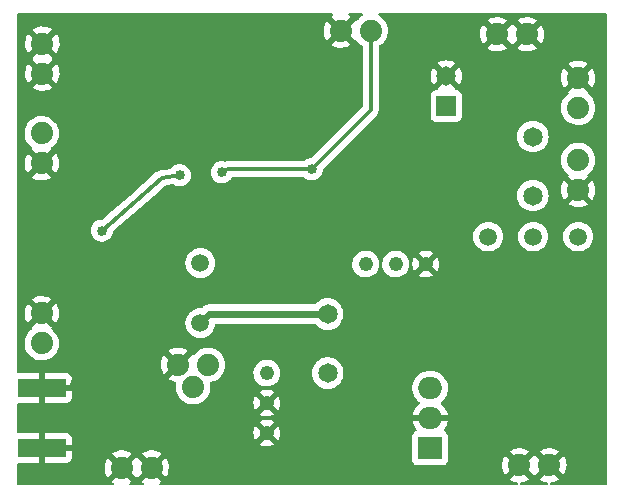
<source format=gbr>
%TF.GenerationSoftware,KiCad,Pcbnew,(6.0.2)*%
%TF.CreationDate,2022-10-25T13:23:13-07:00*%
%TF.ProjectId,powerAmp_RevB,706f7765-7241-46d7-905f-526576422e6b,rev?*%
%TF.SameCoordinates,Original*%
%TF.FileFunction,Copper,L2,Bot*%
%TF.FilePolarity,Positive*%
%FSLAX46Y46*%
G04 Gerber Fmt 4.6, Leading zero omitted, Abs format (unit mm)*
G04 Created by KiCad (PCBNEW (6.0.2)) date 2022-10-25 13:23:13*
%MOMM*%
%LPD*%
G01*
G04 APERTURE LIST*
%TA.AperFunction,ComponentPad*%
%ADD10C,1.879600*%
%TD*%
%TA.AperFunction,ComponentPad*%
%ADD11C,1.240000*%
%TD*%
%TA.AperFunction,ComponentPad*%
%ADD12C,1.651000*%
%TD*%
%TA.AperFunction,ComponentPad*%
%ADD13R,2.000000X1.905000*%
%TD*%
%TA.AperFunction,ComponentPad*%
%ADD14O,2.000000X1.905000*%
%TD*%
%TA.AperFunction,SMDPad,CuDef*%
%ADD15R,4.064000X1.524000*%
%TD*%
%TA.AperFunction,ComponentPad*%
%ADD16C,1.500000*%
%TD*%
%TA.AperFunction,ComponentPad*%
%ADD17R,1.651000X1.651000*%
%TD*%
%TA.AperFunction,ViaPad*%
%ADD18C,0.854000*%
%TD*%
%TA.AperFunction,Conductor*%
%ADD19C,0.609600*%
%TD*%
%TA.AperFunction,Conductor*%
%ADD20C,0.304800*%
%TD*%
G04 APERTURE END LIST*
D10*
%TO.P,JP2,1,1*%
%TO.N,GND*%
X159750000Y-89010000D03*
%TO.P,JP2,2,2*%
X162290000Y-89010000D03*
%TD*%
%TO.P,JP9,1,1*%
%TO.N,GND*%
X121196100Y-112623600D03*
%TO.P,JP9,2,2*%
%TO.N,Net-(C2-Pad2)*%
X121196100Y-115163600D03*
%TD*%
%TO.P,JP7,1,1*%
%TO.N,Net-(C1-Pad2)*%
X166600000Y-99655000D03*
%TO.P,JP7,2,2*%
%TO.N,GND*%
X166600000Y-102195000D03*
%TD*%
D11*
%TO.P,VR3,1,CCW*%
%TO.N,Net-(R3-Pad1)*%
X140246100Y-117703600D03*
%TO.P,VR3,2,WIPER*%
%TO.N,GND*%
X140246100Y-120243600D03*
%TO.P,VR3,3,CW*%
X140246100Y-122783600D03*
%TD*%
D10*
%TO.P,JP1,1,1*%
%TO.N,GND*%
X121196100Y-99923600D03*
%TO.P,JP1,2,2*%
%TO.N,Net-(JP1-Pad2)*%
X121196100Y-97383600D03*
%TD*%
D12*
%TO.P,C4,1,1*%
%TO.N,Net-(Q6-Pad1)*%
X145400000Y-112700000D03*
%TO.P,C4,2,2*%
%TO.N,Net-(R11-Pad1)*%
X145400000Y-117700000D03*
%TD*%
D10*
%TO.P,JP12,1,1*%
%TO.N,Net-(C1-Pad2)*%
X166600000Y-95245000D03*
%TO.P,JP12,2,2*%
%TO.N,GND*%
X166600000Y-92705000D03*
%TD*%
%TO.P,JP5,1,1*%
%TO.N,GND*%
X127960000Y-125700000D03*
%TO.P,JP5,2,2*%
X130500000Y-125700000D03*
%TD*%
%TO.P,Q6,1,D*%
%TO.N,Net-(Q6-Pad1)*%
X135270000Y-117000000D03*
%TO.P,Q6,2,G*%
%TO.N,Net-(C2-Pad1)*%
X134000000Y-118905000D03*
%TO.P,Q6,3,S*%
%TO.N,GND*%
X132730000Y-117000000D03*
%TD*%
D13*
%TO.P,Q1,1,G*%
%TO.N,Net-(R11-Pad2)*%
X154080000Y-124050000D03*
D14*
%TO.P,Q1,2,S*%
%TO.N,GND*%
X154080000Y-121510000D03*
%TO.P,Q1,3,D*%
%TO.N,Net-(U$1-Pad2)*%
X154080000Y-118970000D03*
%TD*%
D10*
%TO.P,JP4,1,1*%
%TO.N,GND*%
X161630000Y-125510000D03*
%TO.P,JP4,2,2*%
X164170000Y-125510000D03*
%TD*%
D11*
%TO.P,VR5,1,CCW*%
%TO.N,Net-(R5-Pad1)*%
X148620509Y-108475000D03*
%TO.P,VR5,2,WIPER*%
%TO.N,Net-(C13-Pad2)*%
X151160509Y-108475000D03*
%TO.P,VR5,3,CW*%
%TO.N,GND*%
X153700509Y-108475000D03*
%TD*%
D15*
%TO.P,J$1,GND@2,GND@2*%
%TO.N,GND*%
X121196100Y-124053600D03*
%TO.P,J$1,GND@3,GND@3*%
X121196100Y-118973600D03*
%TD*%
D10*
%TO.P,JP8,1,1*%
%TO.N,/VCC12*%
X149045000Y-88710000D03*
%TO.P,JP8,2,2*%
%TO.N,GND*%
X146505000Y-88710000D03*
%TD*%
D16*
%TO.P,U$1,1,1*%
%TO.N,Net-(C1-Pad1)*%
X166610000Y-106140000D03*
%TO.P,U$1,2,2*%
%TO.N,Net-(U$1-Pad2)*%
X162800000Y-106140000D03*
%TO.P,U$1,3,3*%
%TO.N,/VCC12*%
X158990000Y-106140000D03*
%TD*%
D10*
%TO.P,JP6,1,1*%
%TO.N,GND*%
X121250000Y-92345000D03*
%TO.P,JP6,2,2*%
X121250000Y-89805000D03*
%TD*%
D16*
%TO.P,U$6,P$1,1*%
%TO.N,Net-(C5-Pad1)*%
X134625000Y-108385000D03*
%TO.P,U$6,P$2,2*%
%TO.N,Net-(Q6-Pad1)*%
X134625000Y-113465000D03*
%TD*%
D12*
%TO.P,C1,1,1*%
%TO.N,Net-(C1-Pad1)*%
X162775000Y-102675000D03*
%TO.P,C1,2,2*%
%TO.N,Net-(C1-Pad2)*%
X162775000Y-97675000D03*
%TD*%
D17*
%TO.P,C9,1,+*%
%TO.N,/VCC12*%
X155450000Y-95095000D03*
D12*
%TO.P,C9,2,-*%
%TO.N,GND*%
X155450000Y-92555000D03*
%TD*%
D18*
%TO.N,GND*%
X121210000Y-125730000D03*
X156810000Y-112250000D03*
X128850000Y-87930000D03*
X163140000Y-121130000D03*
X154050000Y-97330000D03*
X145420000Y-109990000D03*
X154870000Y-103660000D03*
X124040000Y-118590000D03*
X161340000Y-91780000D03*
X145875000Y-103975000D03*
X135166100Y-105090000D03*
X166110000Y-111330000D03*
X136436100Y-90779600D03*
X121280000Y-106880000D03*
%TO.N,/VCC12*%
X136436100Y-100685600D03*
X144056100Y-100431600D03*
%TO.N,Net-(C17-Pad1)*%
X126276100Y-105638600D03*
X132880100Y-100939600D03*
%TD*%
D19*
%TO.N,Net-(Q6-Pad1)*%
X135390000Y-112700000D02*
X134625000Y-113465000D01*
X145400000Y-112700000D02*
X135390000Y-112700000D01*
D20*
%TO.N,/VCC12*%
X144056100Y-100431600D02*
X136944100Y-100431600D01*
X149045000Y-95442700D02*
X149045000Y-88525000D01*
X144056100Y-100431600D02*
X149045000Y-95442700D01*
X136944100Y-100431600D02*
X136436100Y-100685600D01*
%TO.N,Net-(C17-Pad1)*%
X132880100Y-100939600D02*
X131356100Y-101193600D01*
X131356100Y-101193600D02*
X126276100Y-105638600D01*
%TD*%
%TA.AperFunction,Conductor*%
%TO.N,GND*%
G36*
X145788669Y-87238002D02*
G01*
X145835162Y-87291658D01*
X145845266Y-87361932D01*
X145815772Y-87426512D01*
X145778728Y-87455763D01*
X145735455Y-87478289D01*
X145726716Y-87483793D01*
X145690535Y-87510958D01*
X145682081Y-87522285D01*
X145688825Y-87534614D01*
X146492189Y-88337979D01*
X146506132Y-88345592D01*
X146507966Y-88345461D01*
X146514580Y-88341210D01*
X147322331Y-87533458D01*
X147329348Y-87520607D01*
X147321574Y-87509937D01*
X147313004Y-87503169D01*
X147304421Y-87497467D01*
X147226241Y-87454309D01*
X147176270Y-87403876D01*
X147161498Y-87334433D01*
X147186614Y-87268028D01*
X147243645Y-87225743D01*
X147287134Y-87218000D01*
X148259464Y-87218000D01*
X148327585Y-87238002D01*
X148374078Y-87291658D01*
X148384182Y-87361932D01*
X148354688Y-87426512D01*
X148317646Y-87455762D01*
X148270590Y-87480258D01*
X148266457Y-87483361D01*
X148266454Y-87483363D01*
X148084275Y-87620147D01*
X148080140Y-87623252D01*
X148018829Y-87687410D01*
X147926724Y-87783793D01*
X147915602Y-87795431D01*
X147873064Y-87857790D01*
X147818155Y-87902790D01*
X147747631Y-87910961D01*
X147695940Y-87886588D01*
X147693940Y-87886307D01*
X147682755Y-87891456D01*
X146877021Y-88697189D01*
X146869408Y-88711132D01*
X146869539Y-88712966D01*
X146873790Y-88719580D01*
X147679826Y-89525615D01*
X147693096Y-89532861D01*
X147755005Y-89509078D01*
X147824523Y-89523490D01*
X147866899Y-89560245D01*
X147869574Y-89563899D01*
X147872274Y-89568306D01*
X148028204Y-89748317D01*
X148211442Y-89900444D01*
X148215895Y-89903046D01*
X148215899Y-89903049D01*
X148321671Y-89964857D01*
X148370394Y-90016496D01*
X148384100Y-90073645D01*
X148384100Y-95116756D01*
X148364098Y-95184877D01*
X148347195Y-95205851D01*
X144093852Y-99459195D01*
X144031540Y-99493221D01*
X144004757Y-99496100D01*
X143957775Y-99496100D01*
X143951322Y-99497472D01*
X143951318Y-99497472D01*
X143861599Y-99516543D01*
X143765422Y-99536986D01*
X143759393Y-99539670D01*
X143759391Y-99539671D01*
X143591804Y-99614286D01*
X143591802Y-99614287D01*
X143585774Y-99616971D01*
X143580433Y-99620851D01*
X143580432Y-99620852D01*
X143432024Y-99728676D01*
X143432022Y-99728678D01*
X143426680Y-99732559D01*
X143422260Y-99737468D01*
X143421296Y-99738336D01*
X143357288Y-99769053D01*
X143336985Y-99770700D01*
X137003038Y-99770700D01*
X136984337Y-99769305D01*
X136970607Y-99767244D01*
X136970604Y-99767244D01*
X136963095Y-99766117D01*
X136955531Y-99766814D01*
X136955528Y-99766814D01*
X136919136Y-99770168D01*
X136908431Y-99770661D01*
X136907784Y-99770700D01*
X136903988Y-99770700D01*
X136893596Y-99771958D01*
X136875832Y-99774107D01*
X136872257Y-99774488D01*
X136846176Y-99776892D01*
X136803806Y-99780796D01*
X136796967Y-99783160D01*
X136796673Y-99783209D01*
X136796477Y-99783257D01*
X136792944Y-99784071D01*
X136792758Y-99784111D01*
X136792477Y-99784194D01*
X136785295Y-99785063D01*
X136778194Y-99787746D01*
X136775292Y-99788459D01*
X136719045Y-99789342D01*
X136540882Y-99751472D01*
X136540878Y-99751472D01*
X136534425Y-99750100D01*
X136337775Y-99750100D01*
X136331322Y-99751472D01*
X136331318Y-99751472D01*
X136262421Y-99766117D01*
X136145422Y-99790986D01*
X136139393Y-99793670D01*
X136139391Y-99793671D01*
X135971804Y-99868286D01*
X135971802Y-99868287D01*
X135965774Y-99870971D01*
X135960433Y-99874851D01*
X135960432Y-99874852D01*
X135812024Y-99982676D01*
X135812022Y-99982678D01*
X135806680Y-99986559D01*
X135802259Y-99991469D01*
X135802258Y-99991470D01*
X135751655Y-100047671D01*
X135675096Y-100132698D01*
X135576771Y-100303002D01*
X135516003Y-100490027D01*
X135515313Y-100496590D01*
X135515313Y-100496591D01*
X135506227Y-100583034D01*
X135495447Y-100685600D01*
X135496137Y-100692165D01*
X135500989Y-100738323D01*
X135516003Y-100881173D01*
X135518043Y-100887451D01*
X135518043Y-100887452D01*
X135523191Y-100903295D01*
X135576771Y-101068198D01*
X135580074Y-101073920D01*
X135580075Y-101073921D01*
X135598889Y-101106507D01*
X135675096Y-101238502D01*
X135679514Y-101243409D01*
X135679515Y-101243410D01*
X135781115Y-101356248D01*
X135806680Y-101384641D01*
X135812022Y-101388522D01*
X135812024Y-101388524D01*
X135960431Y-101496348D01*
X135965773Y-101500229D01*
X135971801Y-101502913D01*
X135971803Y-101502914D01*
X136139391Y-101577529D01*
X136145422Y-101580214D01*
X136241599Y-101600657D01*
X136331318Y-101619728D01*
X136331322Y-101619728D01*
X136337775Y-101621100D01*
X136534425Y-101621100D01*
X136540878Y-101619728D01*
X136540882Y-101619728D01*
X136630601Y-101600657D01*
X136726778Y-101580214D01*
X136732809Y-101577529D01*
X136900397Y-101502914D01*
X136900399Y-101502913D01*
X136906427Y-101500229D01*
X136911769Y-101496348D01*
X137060176Y-101388524D01*
X137060178Y-101388522D01*
X137065520Y-101384641D01*
X137091085Y-101356248D01*
X137192685Y-101243410D01*
X137192686Y-101243409D01*
X137197104Y-101238502D01*
X137245025Y-101155500D01*
X137296407Y-101106507D01*
X137354144Y-101092500D01*
X143336985Y-101092500D01*
X143405106Y-101112502D01*
X143421296Y-101124864D01*
X143422258Y-101125730D01*
X143426680Y-101130641D01*
X143432022Y-101134522D01*
X143432024Y-101134524D01*
X143580431Y-101242348D01*
X143585773Y-101246229D01*
X143591801Y-101248913D01*
X143591803Y-101248914D01*
X143756402Y-101322198D01*
X143765422Y-101326214D01*
X143855087Y-101345273D01*
X143951318Y-101365728D01*
X143951322Y-101365728D01*
X143957775Y-101367100D01*
X144154425Y-101367100D01*
X144160878Y-101365728D01*
X144160882Y-101365728D01*
X144257113Y-101345273D01*
X144346778Y-101326214D01*
X144355798Y-101322198D01*
X144520397Y-101248914D01*
X144520399Y-101248913D01*
X144526427Y-101246229D01*
X144531769Y-101242348D01*
X144680176Y-101134524D01*
X144680178Y-101134522D01*
X144685520Y-101130641D01*
X144700411Y-101114103D01*
X144812685Y-100989410D01*
X144812686Y-100989409D01*
X144817104Y-100984502D01*
X144915429Y-100814198D01*
X144976197Y-100627173D01*
X144980836Y-100583034D01*
X144992794Y-100469268D01*
X145019808Y-100403611D01*
X145029009Y-100393344D01*
X145802859Y-99619494D01*
X165147170Y-99619494D01*
X165147467Y-99624646D01*
X165147467Y-99624650D01*
X165156912Y-99788459D01*
X165160879Y-99857255D01*
X165162016Y-99862301D01*
X165162017Y-99862307D01*
X165189144Y-99982676D01*
X165213237Y-100089585D01*
X165215179Y-100094367D01*
X165215180Y-100094371D01*
X165268416Y-100225476D01*
X165302837Y-100310244D01*
X165427274Y-100513306D01*
X165583204Y-100693317D01*
X165720146Y-100807008D01*
X165755535Y-100836389D01*
X165795170Y-100895292D01*
X165796668Y-100966272D01*
X165776887Y-101006929D01*
X165783825Y-101019614D01*
X166587189Y-101822979D01*
X166601132Y-101830592D01*
X166602966Y-101830461D01*
X166609580Y-101826210D01*
X167417331Y-101018458D01*
X167424348Y-101005607D01*
X167422815Y-101003503D01*
X167398865Y-100936668D01*
X167414851Y-100867495D01*
X167451480Y-100826726D01*
X167538020Y-100764997D01*
X167706716Y-100596889D01*
X167710017Y-100592296D01*
X167788016Y-100483748D01*
X167845690Y-100403486D01*
X167864514Y-100365400D01*
X167948917Y-100194624D01*
X167948918Y-100194622D01*
X167951211Y-100189982D01*
X168020443Y-99962111D01*
X168025955Y-99920246D01*
X168051092Y-99729313D01*
X168051092Y-99729309D01*
X168051529Y-99725992D01*
X168053264Y-99655000D01*
X168033750Y-99417644D01*
X167975731Y-99186663D01*
X167891852Y-98993752D01*
X167882827Y-98972996D01*
X167882825Y-98972993D01*
X167880767Y-98968259D01*
X167863694Y-98941867D01*
X167754216Y-98772642D01*
X167751406Y-98768298D01*
X167591124Y-98592150D01*
X167587073Y-98588951D01*
X167587069Y-98588947D01*
X167408278Y-98447747D01*
X167408273Y-98447744D01*
X167404224Y-98444546D01*
X167399708Y-98442053D01*
X167399705Y-98442051D01*
X167200250Y-98331946D01*
X167200246Y-98331944D01*
X167195726Y-98329449D01*
X167190857Y-98327725D01*
X167190853Y-98327723D01*
X166976105Y-98251676D01*
X166976101Y-98251675D01*
X166971230Y-98249950D01*
X166966140Y-98249043D01*
X166966135Y-98249042D01*
X166838814Y-98226364D01*
X166736764Y-98208186D01*
X166647637Y-98207097D01*
X166503795Y-98205339D01*
X166503793Y-98205339D01*
X166498625Y-98205276D01*
X166263209Y-98241300D01*
X166036838Y-98315289D01*
X165825590Y-98425258D01*
X165821457Y-98428361D01*
X165821454Y-98428363D01*
X165639275Y-98565147D01*
X165635140Y-98568252D01*
X165631568Y-98571990D01*
X165508468Y-98700807D01*
X165470602Y-98740431D01*
X165336394Y-98937172D01*
X165334215Y-98941867D01*
X165255541Y-99111357D01*
X165236122Y-99153191D01*
X165172477Y-99382685D01*
X165171928Y-99387819D01*
X165171928Y-99387821D01*
X165167747Y-99426947D01*
X165147170Y-99619494D01*
X145802859Y-99619494D01*
X147747353Y-97675000D01*
X161435904Y-97675000D01*
X161456248Y-97907532D01*
X161457672Y-97912845D01*
X161457672Y-97912847D01*
X161515174Y-98127447D01*
X161516661Y-98132998D01*
X161518983Y-98137978D01*
X161518984Y-98137980D01*
X161612983Y-98339561D01*
X161612986Y-98339566D01*
X161615309Y-98344548D01*
X161618465Y-98349055D01*
X161618466Y-98349057D01*
X161721771Y-98496591D01*
X161749193Y-98535754D01*
X161914246Y-98700807D01*
X161918754Y-98703964D01*
X161918757Y-98703966D01*
X162093955Y-98826641D01*
X162105452Y-98834691D01*
X162110434Y-98837014D01*
X162110439Y-98837017D01*
X162312020Y-98931016D01*
X162317002Y-98933339D01*
X162322310Y-98934761D01*
X162322312Y-98934762D01*
X162537153Y-98992328D01*
X162537155Y-98992328D01*
X162542468Y-98993752D01*
X162775000Y-99014096D01*
X163007532Y-98993752D01*
X163012845Y-98992328D01*
X163012847Y-98992328D01*
X163227688Y-98934762D01*
X163227690Y-98934761D01*
X163232998Y-98933339D01*
X163237980Y-98931016D01*
X163439561Y-98837017D01*
X163439566Y-98837014D01*
X163444548Y-98834691D01*
X163456045Y-98826641D01*
X163631243Y-98703966D01*
X163631246Y-98703964D01*
X163635754Y-98700807D01*
X163800807Y-98535754D01*
X163828230Y-98496591D01*
X163931534Y-98349057D01*
X163931535Y-98349055D01*
X163934691Y-98344548D01*
X163937014Y-98339566D01*
X163937017Y-98339561D01*
X164031016Y-98137980D01*
X164031017Y-98137978D01*
X164033339Y-98132998D01*
X164034827Y-98127447D01*
X164092328Y-97912847D01*
X164092328Y-97912845D01*
X164093752Y-97907532D01*
X164114096Y-97675000D01*
X164093752Y-97442468D01*
X164078880Y-97386965D01*
X164034762Y-97222312D01*
X164034761Y-97222310D01*
X164033339Y-97217002D01*
X164031016Y-97212020D01*
X163937017Y-97010439D01*
X163937014Y-97010434D01*
X163934691Y-97005452D01*
X163931534Y-97000943D01*
X163803966Y-96818757D01*
X163803964Y-96818754D01*
X163800807Y-96814246D01*
X163635754Y-96649193D01*
X163631246Y-96646036D01*
X163631243Y-96646034D01*
X163449057Y-96518466D01*
X163449055Y-96518465D01*
X163444548Y-96515309D01*
X163439566Y-96512986D01*
X163439561Y-96512983D01*
X163237980Y-96418984D01*
X163237978Y-96418983D01*
X163232998Y-96416661D01*
X163227690Y-96415239D01*
X163227688Y-96415238D01*
X163012847Y-96357672D01*
X163012845Y-96357672D01*
X163007532Y-96356248D01*
X162775000Y-96335904D01*
X162542468Y-96356248D01*
X162537155Y-96357672D01*
X162537153Y-96357672D01*
X162322312Y-96415238D01*
X162322310Y-96415239D01*
X162317002Y-96416661D01*
X162312022Y-96418983D01*
X162312020Y-96418984D01*
X162110439Y-96512983D01*
X162110434Y-96512986D01*
X162105452Y-96515309D01*
X162100945Y-96518465D01*
X162100943Y-96518466D01*
X161918757Y-96646034D01*
X161918754Y-96646036D01*
X161914246Y-96649193D01*
X161749193Y-96814246D01*
X161746036Y-96818754D01*
X161746034Y-96818757D01*
X161618466Y-97000943D01*
X161615309Y-97005452D01*
X161612986Y-97010434D01*
X161612983Y-97010439D01*
X161518984Y-97212020D01*
X161516661Y-97217002D01*
X161515239Y-97222310D01*
X161515238Y-97222312D01*
X161471120Y-97386965D01*
X161456248Y-97442468D01*
X161435904Y-97675000D01*
X147747353Y-97675000D01*
X149453719Y-95968634D01*
X154116000Y-95968634D01*
X154122755Y-96030816D01*
X154173885Y-96167205D01*
X154261239Y-96283761D01*
X154377795Y-96371115D01*
X154514184Y-96422245D01*
X154576366Y-96429000D01*
X156323634Y-96429000D01*
X156385816Y-96422245D01*
X156522205Y-96371115D01*
X156638761Y-96283761D01*
X156726115Y-96167205D01*
X156777245Y-96030816D01*
X156784000Y-95968634D01*
X156784000Y-95209494D01*
X165147170Y-95209494D01*
X165147467Y-95214646D01*
X165147467Y-95214650D01*
X165153502Y-95319313D01*
X165160879Y-95447255D01*
X165162016Y-95452301D01*
X165162017Y-95452307D01*
X165195111Y-95599156D01*
X165213237Y-95679585D01*
X165215179Y-95684367D01*
X165215180Y-95684371D01*
X165300893Y-95895457D01*
X165302837Y-95900244D01*
X165427274Y-96103306D01*
X165583204Y-96283317D01*
X165766442Y-96435444D01*
X165770894Y-96438046D01*
X165770899Y-96438049D01*
X165908516Y-96518466D01*
X165972065Y-96555601D01*
X166194552Y-96640560D01*
X166199618Y-96641591D01*
X166199619Y-96641591D01*
X166236984Y-96649193D01*
X166427928Y-96688041D01*
X166562121Y-96692962D01*
X166660760Y-96696579D01*
X166660764Y-96696579D01*
X166665924Y-96696768D01*
X166671044Y-96696112D01*
X166671046Y-96696112D01*
X166897023Y-96667164D01*
X166897024Y-96667164D01*
X166902151Y-96666507D01*
X166907101Y-96665022D01*
X167125316Y-96599554D01*
X167125317Y-96599553D01*
X167130262Y-96598070D01*
X167344133Y-96493295D01*
X167348336Y-96490297D01*
X167348341Y-96490294D01*
X167533816Y-96357996D01*
X167533818Y-96357994D01*
X167538020Y-96354997D01*
X167706716Y-96186889D01*
X167845690Y-95993486D01*
X167874765Y-95934659D01*
X167948917Y-95784624D01*
X167948918Y-95784622D01*
X167951211Y-95779982D01*
X168020443Y-95552111D01*
X168037427Y-95423108D01*
X168051092Y-95319313D01*
X168051092Y-95319309D01*
X168051529Y-95315992D01*
X168053264Y-95245000D01*
X168033750Y-95007644D01*
X167975731Y-94776663D01*
X167880767Y-94558259D01*
X167863694Y-94531867D01*
X167754216Y-94362642D01*
X167751406Y-94358298D01*
X167591124Y-94182150D01*
X167587073Y-94178951D01*
X167587069Y-94178947D01*
X167444932Y-94066695D01*
X167403869Y-94008778D01*
X167400637Y-93937855D01*
X167422406Y-93893113D01*
X167415045Y-93879256D01*
X166612811Y-93077021D01*
X166598868Y-93069408D01*
X166597034Y-93069539D01*
X166590420Y-93073790D01*
X165781083Y-93883128D01*
X165774326Y-93895503D01*
X165774760Y-93896083D01*
X165799572Y-93962603D01*
X165784481Y-94031977D01*
X165749546Y-94072353D01*
X165643753Y-94151785D01*
X165635140Y-94158252D01*
X165470602Y-94330431D01*
X165336394Y-94527172D01*
X165236122Y-94743191D01*
X165172477Y-94972685D01*
X165171928Y-94977819D01*
X165171928Y-94977821D01*
X165166449Y-95029089D01*
X165147170Y-95209494D01*
X156784000Y-95209494D01*
X156784000Y-94221366D01*
X156777245Y-94159184D01*
X156726115Y-94022795D01*
X156638761Y-93906239D01*
X156522205Y-93818885D01*
X156385816Y-93767755D01*
X156323634Y-93761000D01*
X156318769Y-93761000D01*
X156318441Y-93760904D01*
X156316820Y-93760816D01*
X156316841Y-93760434D01*
X156250648Y-93740998D01*
X156207238Y-93693624D01*
X156182666Y-93646876D01*
X155462812Y-92927022D01*
X155448868Y-92919408D01*
X155447035Y-92919539D01*
X155440420Y-92923790D01*
X154716613Y-93647597D01*
X154691917Y-93692823D01*
X154691354Y-93695407D01*
X154641142Y-93745599D01*
X154583157Y-93760393D01*
X154583180Y-93760816D01*
X154581046Y-93760932D01*
X154580778Y-93761000D01*
X154576366Y-93761000D01*
X154514184Y-93767755D01*
X154377795Y-93818885D01*
X154261239Y-93906239D01*
X154173885Y-94022795D01*
X154122755Y-94159184D01*
X154116000Y-94221366D01*
X154116000Y-95968634D01*
X149453719Y-95968634D01*
X149493039Y-95929314D01*
X149499305Y-95923460D01*
X149525918Y-95900244D01*
X149539752Y-95888176D01*
X149573893Y-95839598D01*
X149577825Y-95834304D01*
X149609777Y-95793555D01*
X149614463Y-95787579D01*
X149617589Y-95780655D01*
X149621302Y-95774524D01*
X149623938Y-95769904D01*
X149627360Y-95763522D01*
X149631731Y-95757303D01*
X149653299Y-95701986D01*
X149655854Y-95695907D01*
X149680289Y-95641788D01*
X149681675Y-95634312D01*
X149683830Y-95627434D01*
X149685290Y-95622309D01*
X149687078Y-95615345D01*
X149689838Y-95608266D01*
X149697587Y-95549400D01*
X149698618Y-95542889D01*
X149708056Y-95491968D01*
X149709440Y-95484503D01*
X149706109Y-95426732D01*
X149705900Y-95419480D01*
X149705900Y-92560475D01*
X154111885Y-92560475D01*
X154131263Y-92781964D01*
X154133166Y-92792759D01*
X154190710Y-93007516D01*
X154194456Y-93017808D01*
X154288421Y-93219316D01*
X154293899Y-93228802D01*
X154334199Y-93286358D01*
X154344677Y-93294733D01*
X154358125Y-93287665D01*
X155077978Y-92567812D01*
X155084356Y-92556132D01*
X155814408Y-92556132D01*
X155814539Y-92557965D01*
X155818790Y-92564580D01*
X156542597Y-93288387D01*
X156554371Y-93294817D01*
X156566387Y-93285520D01*
X156606101Y-93228802D01*
X156611579Y-93219316D01*
X156705544Y-93017808D01*
X156709290Y-93007516D01*
X156766834Y-92792759D01*
X156768737Y-92781964D01*
X156778125Y-92674662D01*
X165147969Y-92674662D01*
X165161078Y-92902017D01*
X165162514Y-92912237D01*
X165212580Y-93134393D01*
X165215659Y-93144221D01*
X165301338Y-93355223D01*
X165305991Y-93364434D01*
X165401153Y-93519723D01*
X165411611Y-93529185D01*
X165420387Y-93525402D01*
X166227979Y-92717811D01*
X166234356Y-92706132D01*
X166964408Y-92706132D01*
X166964539Y-92707966D01*
X166968790Y-92714580D01*
X167774826Y-93520615D01*
X167786832Y-93527171D01*
X167798571Y-93518202D01*
X167842241Y-93457429D01*
X167847551Y-93448592D01*
X167948450Y-93244438D01*
X167952249Y-93234843D01*
X168018449Y-93016957D01*
X168020628Y-93006876D01*
X168050591Y-92779288D01*
X168051110Y-92772615D01*
X168052680Y-92708365D01*
X168052486Y-92701646D01*
X168033679Y-92472887D01*
X168031994Y-92462707D01*
X167976515Y-92241837D01*
X167973195Y-92232086D01*
X167882384Y-92023233D01*
X167877518Y-92014158D01*
X167798008Y-91891256D01*
X167787322Y-91882052D01*
X167777755Y-91886456D01*
X166972021Y-92692189D01*
X166964408Y-92706132D01*
X166234356Y-92706132D01*
X166235592Y-92703868D01*
X166235461Y-92702034D01*
X166231210Y-92695420D01*
X165425220Y-91889431D01*
X165413688Y-91883134D01*
X165401406Y-91892757D01*
X165339747Y-91983146D01*
X165334654Y-91992110D01*
X165238768Y-92198679D01*
X165235211Y-92208347D01*
X165174352Y-92427797D01*
X165172421Y-92437916D01*
X165148221Y-92664373D01*
X165147969Y-92674662D01*
X156778125Y-92674662D01*
X156788115Y-92560475D01*
X156788115Y-92549525D01*
X156768737Y-92328036D01*
X156766834Y-92317241D01*
X156709290Y-92102484D01*
X156705544Y-92092192D01*
X156611579Y-91890684D01*
X156606101Y-91881198D01*
X156565801Y-91823642D01*
X156555323Y-91815267D01*
X156541875Y-91822335D01*
X155822022Y-92542188D01*
X155814408Y-92556132D01*
X155084356Y-92556132D01*
X155085592Y-92553868D01*
X155085461Y-92552035D01*
X155081210Y-92545420D01*
X154357403Y-91821613D01*
X154345629Y-91815183D01*
X154333613Y-91824480D01*
X154293899Y-91881198D01*
X154288421Y-91890684D01*
X154194456Y-92092192D01*
X154190710Y-92102484D01*
X154133166Y-92317241D01*
X154131263Y-92328036D01*
X154111885Y-92549525D01*
X154111885Y-92560475D01*
X149705900Y-92560475D01*
X149705900Y-91449677D01*
X154710267Y-91449677D01*
X154717335Y-91463125D01*
X155437188Y-92182978D01*
X155451132Y-92190592D01*
X155452965Y-92190461D01*
X155459580Y-92186210D01*
X156128505Y-91517285D01*
X165777081Y-91517285D01*
X165783825Y-91529614D01*
X166587189Y-92332979D01*
X166601132Y-92340592D01*
X166602966Y-92340461D01*
X166609580Y-92336210D01*
X167417331Y-91528458D01*
X167424348Y-91515607D01*
X167416574Y-91504937D01*
X167408004Y-91498169D01*
X167399417Y-91492464D01*
X167200055Y-91382410D01*
X167190643Y-91378180D01*
X166975971Y-91302160D01*
X166966014Y-91299530D01*
X166741805Y-91259591D01*
X166731554Y-91258622D01*
X166503830Y-91255840D01*
X166493546Y-91256560D01*
X166268437Y-91291006D01*
X166258410Y-91293395D01*
X166041951Y-91364144D01*
X166032442Y-91368141D01*
X165830451Y-91473292D01*
X165821716Y-91478793D01*
X165785535Y-91505958D01*
X165777081Y-91517285D01*
X156128505Y-91517285D01*
X156183387Y-91462403D01*
X156189817Y-91450629D01*
X156180520Y-91438613D01*
X156123802Y-91398899D01*
X156114316Y-91393421D01*
X155912808Y-91299456D01*
X155902516Y-91295710D01*
X155687759Y-91238166D01*
X155676964Y-91236263D01*
X155455475Y-91216885D01*
X155444525Y-91216885D01*
X155223036Y-91236263D01*
X155212241Y-91238166D01*
X154997484Y-91295710D01*
X154987192Y-91299456D01*
X154785684Y-91393421D01*
X154776198Y-91398899D01*
X154718642Y-91439199D01*
X154710267Y-91449677D01*
X149705900Y-91449677D01*
X149705900Y-90200503D01*
X158924326Y-90200503D01*
X158929607Y-90207558D01*
X159117821Y-90317541D01*
X159127108Y-90321991D01*
X159339861Y-90403233D01*
X159349763Y-90406110D01*
X159572911Y-90451510D01*
X159583163Y-90452733D01*
X159810738Y-90461077D01*
X159821024Y-90460610D01*
X160046915Y-90431673D01*
X160057001Y-90429530D01*
X160275128Y-90364088D01*
X160284723Y-90360328D01*
X160489237Y-90260137D01*
X160498083Y-90254863D01*
X160563631Y-90208108D01*
X160569602Y-90200503D01*
X161464326Y-90200503D01*
X161469607Y-90207558D01*
X161657821Y-90317541D01*
X161667108Y-90321991D01*
X161879861Y-90403233D01*
X161889763Y-90406110D01*
X162112911Y-90451510D01*
X162123163Y-90452733D01*
X162350738Y-90461077D01*
X162361024Y-90460610D01*
X162586915Y-90431673D01*
X162597001Y-90429530D01*
X162815128Y-90364088D01*
X162824723Y-90360328D01*
X163029237Y-90260137D01*
X163038083Y-90254863D01*
X163103631Y-90208108D01*
X163112032Y-90197408D01*
X163105045Y-90184256D01*
X162302811Y-89382021D01*
X162288868Y-89374408D01*
X162287034Y-89374539D01*
X162280420Y-89378790D01*
X161471083Y-90188128D01*
X161464326Y-90200503D01*
X160569602Y-90200503D01*
X160572032Y-90197408D01*
X160565045Y-90184256D01*
X159762811Y-89382021D01*
X159748868Y-89374408D01*
X159747034Y-89374539D01*
X159740420Y-89378790D01*
X158931083Y-90188128D01*
X158924326Y-90200503D01*
X149705900Y-90200503D01*
X149705900Y-90077651D01*
X149725902Y-90009530D01*
X149776466Y-89964500D01*
X149789133Y-89958295D01*
X149793336Y-89955297D01*
X149793341Y-89955294D01*
X149978816Y-89822996D01*
X149978818Y-89822994D01*
X149983020Y-89819997D01*
X150151716Y-89651889D01*
X150290690Y-89458486D01*
X150300127Y-89439393D01*
X150393917Y-89249624D01*
X150393918Y-89249622D01*
X150396211Y-89244982D01*
X150465443Y-89017111D01*
X150466821Y-89006646D01*
X150470374Y-88979662D01*
X158297969Y-88979662D01*
X158311078Y-89207017D01*
X158312514Y-89217237D01*
X158362580Y-89439393D01*
X158365659Y-89449221D01*
X158451338Y-89660223D01*
X158455991Y-89669434D01*
X158551153Y-89824723D01*
X158561611Y-89834185D01*
X158570387Y-89830402D01*
X159377979Y-89022811D01*
X159384356Y-89011132D01*
X160114408Y-89011132D01*
X160114539Y-89012966D01*
X160118790Y-89019580D01*
X160924826Y-89825615D01*
X160936832Y-89832171D01*
X160941671Y-89828474D01*
X161007946Y-89803015D01*
X161077464Y-89817428D01*
X161101418Y-89834268D01*
X161110387Y-89830402D01*
X161917979Y-89022811D01*
X161924356Y-89011132D01*
X162654408Y-89011132D01*
X162654539Y-89012966D01*
X162658790Y-89019580D01*
X163464826Y-89825615D01*
X163476832Y-89832171D01*
X163488571Y-89823202D01*
X163532241Y-89762429D01*
X163537551Y-89753592D01*
X163638450Y-89549438D01*
X163642249Y-89539843D01*
X163708449Y-89321957D01*
X163710628Y-89311876D01*
X163740591Y-89084288D01*
X163741110Y-89077615D01*
X163742680Y-89013365D01*
X163742486Y-89006646D01*
X163723679Y-88777887D01*
X163721994Y-88767707D01*
X163666515Y-88546837D01*
X163663195Y-88537086D01*
X163572384Y-88328233D01*
X163567518Y-88319158D01*
X163488008Y-88196256D01*
X163477322Y-88187052D01*
X163467755Y-88191456D01*
X162662021Y-88997189D01*
X162654408Y-89011132D01*
X161924356Y-89011132D01*
X161925592Y-89008868D01*
X161925461Y-89007034D01*
X161921210Y-89000420D01*
X161115220Y-88194431D01*
X161103688Y-88188134D01*
X161098721Y-88192026D01*
X161032762Y-88218293D01*
X160963073Y-88204730D01*
X160938788Y-88188315D01*
X160937321Y-88187052D01*
X160927756Y-88191455D01*
X160122021Y-88997189D01*
X160114408Y-89011132D01*
X159384356Y-89011132D01*
X159385592Y-89008868D01*
X159385461Y-89007034D01*
X159381210Y-89000420D01*
X158575220Y-88194431D01*
X158563688Y-88188134D01*
X158551406Y-88197757D01*
X158489747Y-88288146D01*
X158484654Y-88297110D01*
X158388768Y-88503679D01*
X158385211Y-88513347D01*
X158324352Y-88732797D01*
X158322421Y-88742916D01*
X158298221Y-88969373D01*
X158297969Y-88979662D01*
X150470374Y-88979662D01*
X150496092Y-88784313D01*
X150496092Y-88784309D01*
X150496529Y-88780992D01*
X150498264Y-88710000D01*
X150478750Y-88472644D01*
X150420731Y-88241663D01*
X150325767Y-88023259D01*
X150308851Y-87997110D01*
X150242424Y-87894431D01*
X150196406Y-87823298D01*
X150195484Y-87822285D01*
X158927081Y-87822285D01*
X158933825Y-87834614D01*
X159737189Y-88637979D01*
X159751132Y-88645592D01*
X159752966Y-88645461D01*
X159759580Y-88641210D01*
X160567331Y-87833458D01*
X160573432Y-87822285D01*
X161467081Y-87822285D01*
X161473825Y-87834614D01*
X162277189Y-88637979D01*
X162291132Y-88645592D01*
X162292966Y-88645461D01*
X162299580Y-88641210D01*
X163107331Y-87833458D01*
X163114348Y-87820607D01*
X163106574Y-87809937D01*
X163098004Y-87803169D01*
X163089417Y-87797464D01*
X162890055Y-87687410D01*
X162880643Y-87683180D01*
X162665971Y-87607160D01*
X162656014Y-87604530D01*
X162431805Y-87564591D01*
X162421554Y-87563622D01*
X162193830Y-87560840D01*
X162183546Y-87561560D01*
X161958437Y-87596006D01*
X161948410Y-87598395D01*
X161731951Y-87669144D01*
X161722442Y-87673141D01*
X161520451Y-87778292D01*
X161511716Y-87783793D01*
X161475535Y-87810958D01*
X161467081Y-87822285D01*
X160573432Y-87822285D01*
X160574348Y-87820607D01*
X160566574Y-87809937D01*
X160558004Y-87803169D01*
X160549417Y-87797464D01*
X160350055Y-87687410D01*
X160340643Y-87683180D01*
X160125971Y-87607160D01*
X160116014Y-87604530D01*
X159891805Y-87564591D01*
X159881554Y-87563622D01*
X159653830Y-87560840D01*
X159643546Y-87561560D01*
X159418437Y-87596006D01*
X159408410Y-87598395D01*
X159191951Y-87669144D01*
X159182442Y-87673141D01*
X158980451Y-87778292D01*
X158971716Y-87783793D01*
X158935535Y-87810958D01*
X158927081Y-87822285D01*
X150195484Y-87822285D01*
X150185178Y-87810958D01*
X150145358Y-87767197D01*
X150036124Y-87647150D01*
X150032073Y-87643951D01*
X150032069Y-87643947D01*
X149853278Y-87502747D01*
X149853273Y-87502744D01*
X149849224Y-87499546D01*
X149844706Y-87497052D01*
X149844700Y-87497048D01*
X149767278Y-87454309D01*
X149717307Y-87403876D01*
X149702535Y-87334433D01*
X149727651Y-87268028D01*
X149784682Y-87225743D01*
X149828171Y-87218000D01*
X168926000Y-87218000D01*
X168994121Y-87238002D01*
X169040614Y-87291658D01*
X169052000Y-87344000D01*
X169052000Y-127076000D01*
X169031998Y-127144121D01*
X168978342Y-127190614D01*
X168926000Y-127202000D01*
X164331889Y-127202000D01*
X164263768Y-127181998D01*
X164217275Y-127128342D01*
X164207171Y-127058068D01*
X164236665Y-126993488D01*
X164296391Y-126955104D01*
X164315879Y-126951021D01*
X164466915Y-126931673D01*
X164477001Y-126929530D01*
X164695128Y-126864088D01*
X164704723Y-126860328D01*
X164909237Y-126760137D01*
X164918083Y-126754863D01*
X164983631Y-126708108D01*
X164992032Y-126697408D01*
X164985045Y-126684256D01*
X164182811Y-125882021D01*
X164168868Y-125874408D01*
X164167034Y-125874539D01*
X164160420Y-125878790D01*
X163351083Y-126688128D01*
X163344326Y-126700503D01*
X163349607Y-126707558D01*
X163537821Y-126817541D01*
X163547108Y-126821991D01*
X163759861Y-126903233D01*
X163769763Y-126906110D01*
X163997923Y-126952530D01*
X164060688Y-126985711D01*
X164095550Y-127047559D01*
X164091441Y-127118437D01*
X164049664Y-127175841D01*
X163983485Y-127201546D01*
X163972802Y-127202000D01*
X161791889Y-127202000D01*
X161723768Y-127181998D01*
X161677275Y-127128342D01*
X161667171Y-127058068D01*
X161696665Y-126993488D01*
X161756391Y-126955104D01*
X161775879Y-126951021D01*
X161926915Y-126931673D01*
X161937001Y-126929530D01*
X162155128Y-126864088D01*
X162164723Y-126860328D01*
X162369237Y-126760137D01*
X162378083Y-126754863D01*
X162443631Y-126708108D01*
X162452032Y-126697408D01*
X162445045Y-126684256D01*
X161642811Y-125882021D01*
X161628868Y-125874408D01*
X161627034Y-125874539D01*
X161620420Y-125878790D01*
X160811083Y-126688128D01*
X160804326Y-126700503D01*
X160809607Y-126707558D01*
X160997821Y-126817541D01*
X161007108Y-126821991D01*
X161219861Y-126903233D01*
X161229763Y-126906110D01*
X161457923Y-126952530D01*
X161520688Y-126985711D01*
X161555550Y-127047559D01*
X161551441Y-127118437D01*
X161509664Y-127175841D01*
X161443485Y-127201546D01*
X161432802Y-127202000D01*
X131268721Y-127202000D01*
X131200600Y-127181998D01*
X131154107Y-127128342D01*
X131144003Y-127058068D01*
X131173497Y-126993488D01*
X131213288Y-126962849D01*
X131239237Y-126950137D01*
X131248083Y-126944863D01*
X131313631Y-126898108D01*
X131322032Y-126887408D01*
X131315045Y-126874256D01*
X130512811Y-126072021D01*
X130498868Y-126064408D01*
X130497034Y-126064539D01*
X130490420Y-126068790D01*
X129681083Y-126878128D01*
X129674326Y-126890503D01*
X129679607Y-126897558D01*
X129798806Y-126967212D01*
X129847530Y-127018851D01*
X129860601Y-127088634D01*
X129833870Y-127154405D01*
X129775823Y-127195284D01*
X129735236Y-127202000D01*
X128728721Y-127202000D01*
X128660600Y-127181998D01*
X128614107Y-127128342D01*
X128604003Y-127058068D01*
X128633497Y-126993488D01*
X128673288Y-126962849D01*
X128699237Y-126950137D01*
X128708083Y-126944863D01*
X128773631Y-126898108D01*
X128782032Y-126887408D01*
X128775045Y-126874256D01*
X127972811Y-126072021D01*
X127958868Y-126064408D01*
X127957034Y-126064539D01*
X127950420Y-126068790D01*
X127141083Y-126878128D01*
X127134326Y-126890503D01*
X127139607Y-126897558D01*
X127258806Y-126967212D01*
X127307530Y-127018851D01*
X127320601Y-127088634D01*
X127293870Y-127154405D01*
X127235823Y-127195284D01*
X127195236Y-127202000D01*
X119194000Y-127202000D01*
X119125879Y-127181998D01*
X119079386Y-127128342D01*
X119068000Y-127076000D01*
X119068000Y-125669662D01*
X126507969Y-125669662D01*
X126521078Y-125897017D01*
X126522514Y-125907237D01*
X126572580Y-126129393D01*
X126575659Y-126139221D01*
X126661338Y-126350223D01*
X126665991Y-126359434D01*
X126761153Y-126514723D01*
X126771611Y-126524185D01*
X126780387Y-126520402D01*
X127587979Y-125712811D01*
X127594356Y-125701132D01*
X128324408Y-125701132D01*
X128324539Y-125702966D01*
X128328790Y-125709580D01*
X129134826Y-126515615D01*
X129146832Y-126522171D01*
X129151671Y-126518474D01*
X129217946Y-126493015D01*
X129287464Y-126507428D01*
X129311418Y-126524268D01*
X129320387Y-126520402D01*
X130127979Y-125712811D01*
X130134356Y-125701132D01*
X130864408Y-125701132D01*
X130864539Y-125702966D01*
X130868790Y-125709580D01*
X131674826Y-126515615D01*
X131686832Y-126522171D01*
X131698571Y-126513202D01*
X131742241Y-126452429D01*
X131747551Y-126443592D01*
X131848450Y-126239438D01*
X131852249Y-126229843D01*
X131918449Y-126011957D01*
X131920628Y-126001876D01*
X131950591Y-125774288D01*
X131951110Y-125767615D01*
X131952680Y-125703365D01*
X131952486Y-125696646D01*
X131933679Y-125467887D01*
X131931994Y-125457707D01*
X131876515Y-125236837D01*
X131873195Y-125227086D01*
X131796472Y-125050634D01*
X152571500Y-125050634D01*
X152578255Y-125112816D01*
X152629385Y-125249205D01*
X152716739Y-125365761D01*
X152833295Y-125453115D01*
X152969684Y-125504245D01*
X153031866Y-125511000D01*
X155128134Y-125511000D01*
X155190316Y-125504245D01*
X155255891Y-125479662D01*
X160177969Y-125479662D01*
X160191078Y-125707017D01*
X160192514Y-125717237D01*
X160242580Y-125939393D01*
X160245659Y-125949221D01*
X160331338Y-126160223D01*
X160335991Y-126169434D01*
X160431153Y-126324723D01*
X160441611Y-126334185D01*
X160450387Y-126330402D01*
X161257979Y-125522811D01*
X161264356Y-125511132D01*
X161994408Y-125511132D01*
X161994539Y-125512966D01*
X161998790Y-125519580D01*
X162804826Y-126325615D01*
X162816832Y-126332171D01*
X162821671Y-126328474D01*
X162887946Y-126303015D01*
X162957464Y-126317428D01*
X162981418Y-126334268D01*
X162990387Y-126330402D01*
X163797979Y-125522811D01*
X163804356Y-125511132D01*
X164534408Y-125511132D01*
X164534539Y-125512966D01*
X164538790Y-125519580D01*
X165344826Y-126325615D01*
X165356832Y-126332171D01*
X165368571Y-126323202D01*
X165412241Y-126262429D01*
X165417551Y-126253592D01*
X165518450Y-126049438D01*
X165522249Y-126039843D01*
X165588449Y-125821957D01*
X165590628Y-125811876D01*
X165620591Y-125584288D01*
X165621110Y-125577615D01*
X165622680Y-125513365D01*
X165622486Y-125506646D01*
X165603679Y-125277887D01*
X165601994Y-125267707D01*
X165546515Y-125046837D01*
X165543195Y-125037086D01*
X165452384Y-124828233D01*
X165447518Y-124819158D01*
X165368008Y-124696256D01*
X165357322Y-124687052D01*
X165347755Y-124691456D01*
X164542021Y-125497189D01*
X164534408Y-125511132D01*
X163804356Y-125511132D01*
X163805592Y-125508868D01*
X163805461Y-125507034D01*
X163801210Y-125500420D01*
X162995220Y-124694431D01*
X162983688Y-124688134D01*
X162978721Y-124692026D01*
X162912762Y-124718293D01*
X162843073Y-124704730D01*
X162818788Y-124688315D01*
X162817321Y-124687052D01*
X162807756Y-124691455D01*
X162002021Y-125497189D01*
X161994408Y-125511132D01*
X161264356Y-125511132D01*
X161265592Y-125508868D01*
X161265461Y-125507034D01*
X161261210Y-125500420D01*
X160455220Y-124694431D01*
X160443688Y-124688134D01*
X160431406Y-124697757D01*
X160369747Y-124788146D01*
X160364654Y-124797110D01*
X160268768Y-125003679D01*
X160265211Y-125013347D01*
X160204352Y-125232797D01*
X160202421Y-125242916D01*
X160178221Y-125469373D01*
X160177969Y-125479662D01*
X155255891Y-125479662D01*
X155326705Y-125453115D01*
X155443261Y-125365761D01*
X155530615Y-125249205D01*
X155581745Y-125112816D01*
X155588500Y-125050634D01*
X155588500Y-124322285D01*
X160807081Y-124322285D01*
X160813825Y-124334614D01*
X161617189Y-125137979D01*
X161631132Y-125145592D01*
X161632966Y-125145461D01*
X161639580Y-125141210D01*
X162447331Y-124333458D01*
X162453432Y-124322285D01*
X163347081Y-124322285D01*
X163353825Y-124334614D01*
X164157189Y-125137979D01*
X164171132Y-125145592D01*
X164172966Y-125145461D01*
X164179580Y-125141210D01*
X164987331Y-124333458D01*
X164994348Y-124320607D01*
X164986574Y-124309937D01*
X164978004Y-124303169D01*
X164969417Y-124297464D01*
X164770055Y-124187410D01*
X164760643Y-124183180D01*
X164545971Y-124107160D01*
X164536014Y-124104530D01*
X164311805Y-124064591D01*
X164301554Y-124063622D01*
X164073830Y-124060840D01*
X164063546Y-124061560D01*
X163838437Y-124096006D01*
X163828410Y-124098395D01*
X163611951Y-124169144D01*
X163602442Y-124173141D01*
X163400451Y-124278292D01*
X163391716Y-124283793D01*
X163355535Y-124310958D01*
X163347081Y-124322285D01*
X162453432Y-124322285D01*
X162454348Y-124320607D01*
X162446574Y-124309937D01*
X162438004Y-124303169D01*
X162429417Y-124297464D01*
X162230055Y-124187410D01*
X162220643Y-124183180D01*
X162005971Y-124107160D01*
X161996014Y-124104530D01*
X161771805Y-124064591D01*
X161761554Y-124063622D01*
X161533830Y-124060840D01*
X161523546Y-124061560D01*
X161298437Y-124096006D01*
X161288410Y-124098395D01*
X161071951Y-124169144D01*
X161062442Y-124173141D01*
X160860451Y-124278292D01*
X160851716Y-124283793D01*
X160815535Y-124310958D01*
X160807081Y-124322285D01*
X155588500Y-124322285D01*
X155588500Y-123049366D01*
X155581745Y-122987184D01*
X155530615Y-122850795D01*
X155443261Y-122734239D01*
X155326705Y-122646885D01*
X155306317Y-122639242D01*
X155249553Y-122596599D01*
X155224854Y-122530038D01*
X155240062Y-122460689D01*
X155251666Y-122443168D01*
X155344945Y-122325056D01*
X155350650Y-122316469D01*
X155461714Y-122115278D01*
X155465944Y-122105866D01*
X155542659Y-121889232D01*
X155545293Y-121879261D01*
X155562647Y-121781837D01*
X155561187Y-121768540D01*
X155546630Y-121764000D01*
X152611904Y-121764000D01*
X152598560Y-121767918D01*
X152596573Y-121782194D01*
X152606110Y-121844515D01*
X152608499Y-121854543D01*
X152679898Y-122072988D01*
X152683895Y-122082497D01*
X152790011Y-122286344D01*
X152795500Y-122295061D01*
X152908902Y-122446099D01*
X152933807Y-122512584D01*
X152918814Y-122581980D01*
X152868684Y-122632253D01*
X152852375Y-122639732D01*
X152833295Y-122646885D01*
X152716739Y-122734239D01*
X152629385Y-122850795D01*
X152578255Y-122987184D01*
X152571500Y-123049366D01*
X152571500Y-125050634D01*
X131796472Y-125050634D01*
X131782384Y-125018233D01*
X131777518Y-125009158D01*
X131698008Y-124886256D01*
X131687322Y-124877052D01*
X131677755Y-124881456D01*
X130872021Y-125687189D01*
X130864408Y-125701132D01*
X130134356Y-125701132D01*
X130135592Y-125698868D01*
X130135461Y-125697034D01*
X130131210Y-125690420D01*
X129325220Y-124884431D01*
X129313688Y-124878134D01*
X129308721Y-124882026D01*
X129242762Y-124908293D01*
X129173073Y-124894730D01*
X129148788Y-124878315D01*
X129147321Y-124877052D01*
X129137756Y-124881455D01*
X128332021Y-125687189D01*
X128324408Y-125701132D01*
X127594356Y-125701132D01*
X127595592Y-125698868D01*
X127595461Y-125697034D01*
X127591210Y-125690420D01*
X126785220Y-124884431D01*
X126773688Y-124878134D01*
X126761406Y-124887757D01*
X126699747Y-124978146D01*
X126694654Y-124987110D01*
X126598768Y-125193679D01*
X126595211Y-125203347D01*
X126534352Y-125422797D01*
X126532421Y-125432916D01*
X126508221Y-125659373D01*
X126507969Y-125669662D01*
X119068000Y-125669662D01*
X119068000Y-125449600D01*
X119088002Y-125381479D01*
X119141658Y-125334986D01*
X119194000Y-125323600D01*
X120923985Y-125323600D01*
X120939224Y-125319125D01*
X120940429Y-125317735D01*
X120942100Y-125310052D01*
X120942100Y-125305484D01*
X121450100Y-125305484D01*
X121454575Y-125320723D01*
X121455965Y-125321928D01*
X121463648Y-125323599D01*
X123272769Y-125323599D01*
X123279590Y-125323229D01*
X123330452Y-125317705D01*
X123345704Y-125314079D01*
X123466154Y-125268924D01*
X123481749Y-125260386D01*
X123583824Y-125183885D01*
X123596385Y-125171324D01*
X123672886Y-125069249D01*
X123681424Y-125053654D01*
X123726578Y-124933206D01*
X123730205Y-124917951D01*
X123735731Y-124867086D01*
X123736100Y-124860272D01*
X123736100Y-124512285D01*
X127137081Y-124512285D01*
X127143825Y-124524614D01*
X127947189Y-125327979D01*
X127961132Y-125335592D01*
X127962966Y-125335461D01*
X127969580Y-125331210D01*
X128777331Y-124523458D01*
X128783432Y-124512285D01*
X129677081Y-124512285D01*
X129683825Y-124524614D01*
X130487189Y-125327979D01*
X130501132Y-125335592D01*
X130502966Y-125335461D01*
X130509580Y-125331210D01*
X131317331Y-124523458D01*
X131324348Y-124510607D01*
X131316574Y-124499937D01*
X131308004Y-124493169D01*
X131299417Y-124487464D01*
X131100055Y-124377410D01*
X131090643Y-124373180D01*
X130875971Y-124297160D01*
X130866014Y-124294530D01*
X130641805Y-124254591D01*
X130631554Y-124253622D01*
X130403830Y-124250840D01*
X130393546Y-124251560D01*
X130168437Y-124286006D01*
X130158410Y-124288395D01*
X129941951Y-124359144D01*
X129932442Y-124363141D01*
X129730451Y-124468292D01*
X129721716Y-124473793D01*
X129685535Y-124500958D01*
X129677081Y-124512285D01*
X128783432Y-124512285D01*
X128784348Y-124510607D01*
X128776574Y-124499937D01*
X128768004Y-124493169D01*
X128759417Y-124487464D01*
X128560055Y-124377410D01*
X128550643Y-124373180D01*
X128335971Y-124297160D01*
X128326014Y-124294530D01*
X128101805Y-124254591D01*
X128091554Y-124253622D01*
X127863830Y-124250840D01*
X127853546Y-124251560D01*
X127628437Y-124286006D01*
X127618410Y-124288395D01*
X127401951Y-124359144D01*
X127392442Y-124363141D01*
X127190451Y-124468292D01*
X127181716Y-124473793D01*
X127145535Y-124500958D01*
X127137081Y-124512285D01*
X123736100Y-124512285D01*
X123736100Y-124325715D01*
X123731625Y-124310476D01*
X123730235Y-124309271D01*
X123722552Y-124307600D01*
X121468215Y-124307600D01*
X121452976Y-124312075D01*
X121451771Y-124313465D01*
X121450100Y-124321148D01*
X121450100Y-125305484D01*
X120942100Y-125305484D01*
X120942100Y-123781485D01*
X121450100Y-123781485D01*
X121454575Y-123796724D01*
X121455965Y-123797929D01*
X121463648Y-123799600D01*
X123717984Y-123799600D01*
X123733223Y-123795125D01*
X123734428Y-123793735D01*
X123736099Y-123786052D01*
X123736099Y-123739314D01*
X139654747Y-123739314D01*
X139664629Y-123751803D01*
X139700752Y-123775940D01*
X139710867Y-123781432D01*
X139890729Y-123858707D01*
X139901672Y-123862262D01*
X140092599Y-123905465D01*
X140104009Y-123906967D01*
X140299620Y-123914652D01*
X140311102Y-123914050D01*
X140504840Y-123885960D01*
X140516023Y-123883276D01*
X140701396Y-123820350D01*
X140711899Y-123815674D01*
X140828827Y-123750192D01*
X140838690Y-123740115D01*
X140835735Y-123732445D01*
X140258912Y-123155622D01*
X140244968Y-123148008D01*
X140243135Y-123148139D01*
X140236520Y-123152390D01*
X139660943Y-123727967D01*
X139654747Y-123739314D01*
X123736099Y-123739314D01*
X123736099Y-123246931D01*
X123735729Y-123240110D01*
X123730205Y-123189248D01*
X123726579Y-123173996D01*
X123681424Y-123053546D01*
X123672886Y-123037951D01*
X123596385Y-122935876D01*
X123583824Y-122923315D01*
X123481749Y-122846814D01*
X123466154Y-122838276D01*
X123345706Y-122793122D01*
X123330451Y-122789495D01*
X123279586Y-122783969D01*
X123272772Y-122783600D01*
X121468215Y-122783600D01*
X121452976Y-122788075D01*
X121451771Y-122789465D01*
X121450100Y-122797148D01*
X121450100Y-123781485D01*
X120942100Y-123781485D01*
X120942100Y-122801716D01*
X120937625Y-122786477D01*
X120936235Y-122785272D01*
X120928552Y-122783601D01*
X119194000Y-122783601D01*
X119125879Y-122763599D01*
X119122511Y-122759712D01*
X139114034Y-122759712D01*
X139126837Y-122955046D01*
X139128637Y-122966415D01*
X139176825Y-123156152D01*
X139180663Y-123166990D01*
X139262622Y-123344774D01*
X139268371Y-123354731D01*
X139277538Y-123367702D01*
X139288127Y-123376090D01*
X139301428Y-123369062D01*
X139874078Y-122796412D01*
X139880456Y-122784732D01*
X140610508Y-122784732D01*
X140610639Y-122786565D01*
X140614890Y-122793180D01*
X141191029Y-123369319D01*
X141203409Y-123376079D01*
X141209989Y-123371153D01*
X141278174Y-123249399D01*
X141282850Y-123238896D01*
X141345776Y-123053523D01*
X141348460Y-123042340D01*
X141376846Y-122846562D01*
X141377476Y-122839179D01*
X141378835Y-122787304D01*
X141378592Y-122779905D01*
X141360492Y-122582915D01*
X141358394Y-122571594D01*
X141305260Y-122383194D01*
X141301135Y-122372447D01*
X141214555Y-122196882D01*
X141213867Y-122195760D01*
X141205256Y-122189299D01*
X141192841Y-122196069D01*
X140618122Y-122770788D01*
X140610508Y-122784732D01*
X139880456Y-122784732D01*
X139881692Y-122782468D01*
X139881561Y-122780635D01*
X139877310Y-122774020D01*
X139299834Y-122196544D01*
X139287454Y-122189784D01*
X139281488Y-122194250D01*
X139202193Y-122344965D01*
X139197785Y-122355608D01*
X139139735Y-122542556D01*
X139137345Y-122553800D01*
X139114335Y-122748211D01*
X139114034Y-122759712D01*
X119122511Y-122759712D01*
X119079386Y-122709943D01*
X119068000Y-122657601D01*
X119068000Y-121827683D01*
X139654295Y-121827683D01*
X139657782Y-121836072D01*
X140233288Y-122411578D01*
X140247232Y-122419192D01*
X140249065Y-122419061D01*
X140255680Y-122414810D01*
X140830881Y-121839609D01*
X140837641Y-121827229D01*
X140831611Y-121819173D01*
X140765281Y-121777322D01*
X140755030Y-121772098D01*
X140573206Y-121699558D01*
X140562179Y-121696291D01*
X140370181Y-121658101D01*
X140358734Y-121656898D01*
X140163001Y-121654336D01*
X140151521Y-121655239D01*
X139958599Y-121688389D01*
X139947479Y-121691369D01*
X139763818Y-121759125D01*
X139753444Y-121764073D01*
X139663893Y-121817350D01*
X139654295Y-121827683D01*
X119068000Y-121827683D01*
X119068000Y-121199314D01*
X139654747Y-121199314D01*
X139664629Y-121211803D01*
X139700752Y-121235940D01*
X139710867Y-121241432D01*
X139890729Y-121318707D01*
X139901672Y-121322262D01*
X140092599Y-121365465D01*
X140104009Y-121366967D01*
X140299620Y-121374652D01*
X140311102Y-121374050D01*
X140504840Y-121345960D01*
X140516023Y-121343276D01*
X140701396Y-121280350D01*
X140711899Y-121275674D01*
X140828827Y-121210192D01*
X140838690Y-121200115D01*
X140835735Y-121192445D01*
X140258912Y-120615622D01*
X140244968Y-120608008D01*
X140243135Y-120608139D01*
X140236520Y-120612390D01*
X139660943Y-121187967D01*
X139654747Y-121199314D01*
X119068000Y-121199314D01*
X119068000Y-120369600D01*
X119088002Y-120301479D01*
X119141658Y-120254986D01*
X119194000Y-120243600D01*
X120923985Y-120243600D01*
X120939224Y-120239125D01*
X120940429Y-120237735D01*
X120942100Y-120230052D01*
X120942100Y-120225484D01*
X121450100Y-120225484D01*
X121454575Y-120240723D01*
X121455965Y-120241928D01*
X121463648Y-120243599D01*
X123272769Y-120243599D01*
X123279590Y-120243229D01*
X123330452Y-120237705D01*
X123345704Y-120234079D01*
X123466154Y-120188924D01*
X123481749Y-120180386D01*
X123583824Y-120103885D01*
X123596385Y-120091324D01*
X123672886Y-119989249D01*
X123681424Y-119973654D01*
X123726578Y-119853206D01*
X123730205Y-119837951D01*
X123735731Y-119787086D01*
X123736100Y-119780272D01*
X123736100Y-119245715D01*
X123731625Y-119230476D01*
X123730235Y-119229271D01*
X123722552Y-119227600D01*
X121468215Y-119227600D01*
X121452976Y-119232075D01*
X121451771Y-119233465D01*
X121450100Y-119241148D01*
X121450100Y-120225484D01*
X120942100Y-120225484D01*
X120942100Y-118701485D01*
X121450100Y-118701485D01*
X121454575Y-118716724D01*
X121455965Y-118717929D01*
X121463648Y-118719600D01*
X123717984Y-118719600D01*
X123733223Y-118715125D01*
X123734428Y-118713735D01*
X123736099Y-118706052D01*
X123736099Y-118190504D01*
X131904327Y-118190504D01*
X131909608Y-118197558D01*
X132097821Y-118307541D01*
X132107108Y-118311991D01*
X132319861Y-118393233D01*
X132329763Y-118396110D01*
X132489213Y-118428551D01*
X132551978Y-118461733D01*
X132586840Y-118523580D01*
X132585509Y-118585693D01*
X132584137Y-118590640D01*
X132572477Y-118632685D01*
X132571928Y-118637819D01*
X132571928Y-118637821D01*
X132566449Y-118689089D01*
X132547170Y-118869494D01*
X132547467Y-118874646D01*
X132547467Y-118874650D01*
X132553502Y-118979313D01*
X132560879Y-119107255D01*
X132562016Y-119112301D01*
X132562017Y-119112307D01*
X132588648Y-119230476D01*
X132613237Y-119339585D01*
X132615179Y-119344367D01*
X132615180Y-119344371D01*
X132695709Y-119542691D01*
X132702837Y-119560244D01*
X132827274Y-119763306D01*
X132983204Y-119943317D01*
X133166442Y-120095444D01*
X133170894Y-120098046D01*
X133170899Y-120098049D01*
X133367607Y-120212996D01*
X133372065Y-120215601D01*
X133594552Y-120300560D01*
X133599618Y-120301591D01*
X133599619Y-120301591D01*
X133653956Y-120312646D01*
X133827928Y-120348041D01*
X133962121Y-120352962D01*
X134060760Y-120356579D01*
X134060764Y-120356579D01*
X134065924Y-120356768D01*
X134071044Y-120356112D01*
X134071046Y-120356112D01*
X134297023Y-120327164D01*
X134297024Y-120327164D01*
X134302151Y-120326507D01*
X134385573Y-120301479D01*
X134525316Y-120259554D01*
X134525317Y-120259553D01*
X134530262Y-120258070D01*
X134608560Y-120219712D01*
X139114034Y-120219712D01*
X139126837Y-120415046D01*
X139128637Y-120426415D01*
X139176825Y-120616152D01*
X139180663Y-120626990D01*
X139262622Y-120804774D01*
X139268371Y-120814731D01*
X139277538Y-120827702D01*
X139288127Y-120836090D01*
X139301428Y-120829062D01*
X139874078Y-120256412D01*
X139880456Y-120244732D01*
X140610508Y-120244732D01*
X140610639Y-120246565D01*
X140614890Y-120253180D01*
X141191029Y-120829319D01*
X141203409Y-120836079D01*
X141209989Y-120831153D01*
X141278174Y-120709399D01*
X141282850Y-120698896D01*
X141345776Y-120513523D01*
X141348460Y-120502340D01*
X141376846Y-120306562D01*
X141377476Y-120299179D01*
X141378835Y-120247304D01*
X141378592Y-120239905D01*
X141360492Y-120042915D01*
X141358394Y-120031594D01*
X141305260Y-119843194D01*
X141301135Y-119832447D01*
X141214555Y-119656882D01*
X141213867Y-119655760D01*
X141205256Y-119649299D01*
X141192841Y-119656069D01*
X140618122Y-120230788D01*
X140610508Y-120244732D01*
X139880456Y-120244732D01*
X139881692Y-120242468D01*
X139881561Y-120240635D01*
X139877310Y-120234020D01*
X139299834Y-119656544D01*
X139287454Y-119649784D01*
X139281488Y-119654250D01*
X139202193Y-119804965D01*
X139197785Y-119815608D01*
X139139735Y-120002556D01*
X139137345Y-120013800D01*
X139114335Y-120208211D01*
X139114034Y-120219712D01*
X134608560Y-120219712D01*
X134744133Y-120153295D01*
X134748336Y-120150297D01*
X134748341Y-120150294D01*
X134933816Y-120017996D01*
X134933818Y-120017994D01*
X134938020Y-120014997D01*
X135106716Y-119846889D01*
X135245690Y-119653486D01*
X135291774Y-119560244D01*
X135348917Y-119444624D01*
X135348918Y-119444622D01*
X135351211Y-119439982D01*
X135397482Y-119287683D01*
X139654295Y-119287683D01*
X139657782Y-119296072D01*
X140233288Y-119871578D01*
X140247232Y-119879192D01*
X140249065Y-119879061D01*
X140255680Y-119874810D01*
X140830881Y-119299609D01*
X140837641Y-119287229D01*
X140831611Y-119279173D01*
X140765281Y-119237322D01*
X140755030Y-119232098D01*
X140573206Y-119159558D01*
X140562179Y-119156291D01*
X140370181Y-119118101D01*
X140358734Y-119116898D01*
X140163001Y-119114336D01*
X140151521Y-119115239D01*
X139958599Y-119148389D01*
X139947479Y-119151369D01*
X139763818Y-119219125D01*
X139753444Y-119224073D01*
X139663893Y-119277350D01*
X139654295Y-119287683D01*
X135397482Y-119287683D01*
X135414863Y-119230476D01*
X135418941Y-119217055D01*
X135418941Y-119217054D01*
X135420443Y-119212111D01*
X135433197Y-119115239D01*
X135438855Y-119072263D01*
X152570064Y-119072263D01*
X152606404Y-119309744D01*
X152643094Y-119421997D01*
X152679434Y-119533183D01*
X152679437Y-119533189D01*
X152681042Y-119538101D01*
X152683429Y-119542687D01*
X152683431Y-119542691D01*
X152742700Y-119656544D01*
X152791975Y-119751200D01*
X152803995Y-119767209D01*
X152857110Y-119837951D01*
X152936223Y-119943320D01*
X153109912Y-120109301D01*
X153147351Y-120134840D01*
X153192352Y-120189751D01*
X153200523Y-120260275D01*
X153169269Y-120324022D01*
X153144790Y-120344716D01*
X153142674Y-120346085D01*
X153134502Y-120352378D01*
X152964520Y-120507050D01*
X152957494Y-120514583D01*
X152815055Y-120694944D01*
X152809350Y-120703531D01*
X152698286Y-120904722D01*
X152694056Y-120914134D01*
X152617341Y-121130768D01*
X152614707Y-121140739D01*
X152597353Y-121238163D01*
X152598813Y-121251460D01*
X152613370Y-121256000D01*
X155548096Y-121256000D01*
X155561440Y-121252082D01*
X155563427Y-121237806D01*
X155553890Y-121175485D01*
X155551501Y-121165457D01*
X155480102Y-120947012D01*
X155476105Y-120937503D01*
X155369989Y-120733656D01*
X155364495Y-120724931D01*
X155226507Y-120541148D01*
X155219664Y-120533441D01*
X155053509Y-120374661D01*
X155045502Y-120368177D01*
X155012644Y-120345763D01*
X154967641Y-120290852D01*
X154959468Y-120220328D01*
X154990722Y-120156580D01*
X155015204Y-120135884D01*
X155017635Y-120134311D01*
X155021977Y-120131502D01*
X155199670Y-119969814D01*
X155271342Y-119879061D01*
X155345367Y-119785330D01*
X155345370Y-119785325D01*
X155348568Y-119781276D01*
X155356334Y-119767209D01*
X155462177Y-119575474D01*
X155462179Y-119575470D01*
X155464674Y-119570950D01*
X155468466Y-119560244D01*
X155543144Y-119349360D01*
X155543145Y-119349356D01*
X155544870Y-119344485D01*
X155550183Y-119314659D01*
X155586095Y-119113052D01*
X155586096Y-119113046D01*
X155587001Y-119107963D01*
X155588829Y-118958339D01*
X155589873Y-118872907D01*
X155589873Y-118872905D01*
X155589936Y-118867737D01*
X155553596Y-118630256D01*
X155498515Y-118461733D01*
X155480566Y-118406817D01*
X155480563Y-118406811D01*
X155478958Y-118401899D01*
X155475945Y-118396110D01*
X155370416Y-118193393D01*
X155368025Y-118188800D01*
X155291712Y-118087161D01*
X155226882Y-118000815D01*
X155226880Y-118000812D01*
X155223777Y-117996680D01*
X155050088Y-117830699D01*
X154883629Y-117717148D01*
X154855891Y-117698226D01*
X154855890Y-117698225D01*
X154851622Y-117695314D01*
X154846939Y-117693140D01*
X154846935Y-117693138D01*
X154638405Y-117596342D01*
X154638401Y-117596341D01*
X154633710Y-117594163D01*
X154402202Y-117529960D01*
X154397065Y-117529411D01*
X154209407Y-117509356D01*
X154209399Y-117509356D01*
X154206072Y-117509000D01*
X153971598Y-117509000D01*
X153969025Y-117509212D01*
X153969014Y-117509212D01*
X153868054Y-117517513D01*
X153793063Y-117523678D01*
X153560056Y-117582206D01*
X153450268Y-117629943D01*
X153344474Y-117675943D01*
X153344471Y-117675945D01*
X153339737Y-117678003D01*
X153138023Y-117808498D01*
X152960330Y-117970186D01*
X152936141Y-118000815D01*
X152814633Y-118154670D01*
X152814630Y-118154675D01*
X152811432Y-118158724D01*
X152808939Y-118163240D01*
X152808937Y-118163243D01*
X152704147Y-118353070D01*
X152695326Y-118369050D01*
X152693602Y-118373919D01*
X152693600Y-118373923D01*
X152618608Y-118585693D01*
X152615130Y-118595515D01*
X152614223Y-118600608D01*
X152614222Y-118600611D01*
X152574081Y-118825964D01*
X152572999Y-118832037D01*
X152570064Y-119072263D01*
X135438855Y-119072263D01*
X135451092Y-118979313D01*
X135451092Y-118979309D01*
X135451529Y-118975992D01*
X135451926Y-118959762D01*
X135453182Y-118908365D01*
X135453182Y-118908361D01*
X135453264Y-118905000D01*
X135433750Y-118667644D01*
X135432489Y-118662622D01*
X135412740Y-118583998D01*
X135415544Y-118513057D01*
X135456257Y-118454894D01*
X135518933Y-118428324D01*
X135544199Y-118425088D01*
X135567024Y-118422164D01*
X135567027Y-118422163D01*
X135572151Y-118421507D01*
X135633201Y-118403191D01*
X135795316Y-118354554D01*
X135795317Y-118354553D01*
X135800262Y-118353070D01*
X136014133Y-118248295D01*
X136018336Y-118245297D01*
X136018341Y-118245294D01*
X136203816Y-118112996D01*
X136203818Y-118112994D01*
X136208020Y-118109997D01*
X136376716Y-117941889D01*
X136387378Y-117927052D01*
X136403131Y-117905128D01*
X136515690Y-117748486D01*
X136531179Y-117717148D01*
X136552537Y-117673933D01*
X139113153Y-117673933D01*
X139126718Y-117880893D01*
X139177771Y-118081915D01*
X139264603Y-118270267D01*
X139384305Y-118439642D01*
X139532869Y-118584367D01*
X139537665Y-118587572D01*
X139537668Y-118587574D01*
X139612869Y-118637821D01*
X139705319Y-118699594D01*
X139710622Y-118701872D01*
X139710625Y-118701874D01*
X139890573Y-118779186D01*
X139895880Y-118781466D01*
X139969621Y-118798152D01*
X140092533Y-118825964D01*
X140092538Y-118825965D01*
X140098170Y-118827239D01*
X140103941Y-118827466D01*
X140103943Y-118827466D01*
X140165712Y-118829893D01*
X140305414Y-118835382D01*
X140408043Y-118820501D01*
X140504958Y-118806450D01*
X140504963Y-118806449D01*
X140510672Y-118805621D01*
X140516140Y-118803765D01*
X140701597Y-118740811D01*
X140701602Y-118740809D01*
X140707069Y-118738953D01*
X140737502Y-118721910D01*
X140783081Y-118696384D01*
X140888028Y-118637611D01*
X141047489Y-118504989D01*
X141180111Y-118345528D01*
X141281453Y-118164569D01*
X141283309Y-118159102D01*
X141283311Y-118159097D01*
X141346265Y-117973640D01*
X141346265Y-117973639D01*
X141348121Y-117968172D01*
X141348949Y-117962463D01*
X141348950Y-117962458D01*
X141371680Y-117805690D01*
X141377882Y-117762914D01*
X141379435Y-117703600D01*
X141379104Y-117700000D01*
X144060904Y-117700000D01*
X144081248Y-117932532D01*
X144082672Y-117937845D01*
X144082672Y-117937847D01*
X144128599Y-118109248D01*
X144141661Y-118157998D01*
X144143983Y-118162978D01*
X144143984Y-118162980D01*
X144237983Y-118364561D01*
X144237986Y-118364566D01*
X144240309Y-118369548D01*
X144243465Y-118374055D01*
X144243466Y-118374057D01*
X144304858Y-118461733D01*
X144374193Y-118560754D01*
X144539246Y-118725807D01*
X144543754Y-118728964D01*
X144543757Y-118728966D01*
X144684430Y-118827466D01*
X144730452Y-118859691D01*
X144735434Y-118862014D01*
X144735439Y-118862017D01*
X144937020Y-118956016D01*
X144942002Y-118958339D01*
X144947310Y-118959761D01*
X144947312Y-118959762D01*
X145162153Y-119017328D01*
X145162155Y-119017328D01*
X145167468Y-119018752D01*
X145400000Y-119039096D01*
X145632532Y-119018752D01*
X145637845Y-119017328D01*
X145637847Y-119017328D01*
X145852688Y-118959762D01*
X145852690Y-118959761D01*
X145857998Y-118958339D01*
X145862980Y-118956016D01*
X146064561Y-118862017D01*
X146064566Y-118862014D01*
X146069548Y-118859691D01*
X146115570Y-118827466D01*
X146256243Y-118728966D01*
X146256246Y-118728964D01*
X146260754Y-118725807D01*
X146425807Y-118560754D01*
X146495143Y-118461733D01*
X146556534Y-118374057D01*
X146556535Y-118374055D01*
X146559691Y-118369548D01*
X146562014Y-118364566D01*
X146562017Y-118364561D01*
X146656016Y-118162980D01*
X146656017Y-118162978D01*
X146658339Y-118157998D01*
X146671402Y-118109248D01*
X146717328Y-117937847D01*
X146717328Y-117937845D01*
X146718752Y-117932532D01*
X146739096Y-117700000D01*
X146718752Y-117467468D01*
X146675785Y-117307111D01*
X146659762Y-117247312D01*
X146659761Y-117247310D01*
X146658339Y-117242002D01*
X146597454Y-117111434D01*
X146562017Y-117035439D01*
X146562014Y-117035434D01*
X146559691Y-117030452D01*
X146547339Y-117012811D01*
X146428966Y-116843757D01*
X146428964Y-116843754D01*
X146425807Y-116839246D01*
X146260754Y-116674193D01*
X146256246Y-116671036D01*
X146256243Y-116671034D01*
X146074057Y-116543466D01*
X146074055Y-116543465D01*
X146069548Y-116540309D01*
X146064566Y-116537986D01*
X146064561Y-116537983D01*
X145862980Y-116443984D01*
X145862978Y-116443983D01*
X145857998Y-116441661D01*
X145852690Y-116440239D01*
X145852688Y-116440238D01*
X145637847Y-116382672D01*
X145637845Y-116382672D01*
X145632532Y-116381248D01*
X145400000Y-116360904D01*
X145167468Y-116381248D01*
X145162155Y-116382672D01*
X145162153Y-116382672D01*
X144947312Y-116440238D01*
X144947310Y-116440239D01*
X144942002Y-116441661D01*
X144937022Y-116443983D01*
X144937020Y-116443984D01*
X144735439Y-116537983D01*
X144735434Y-116537986D01*
X144730452Y-116540309D01*
X144725945Y-116543465D01*
X144725943Y-116543466D01*
X144543757Y-116671034D01*
X144543754Y-116671036D01*
X144539246Y-116674193D01*
X144374193Y-116839246D01*
X144371036Y-116843754D01*
X144371034Y-116843757D01*
X144252661Y-117012811D01*
X144240309Y-117030452D01*
X144237986Y-117035434D01*
X144237983Y-117035439D01*
X144202546Y-117111434D01*
X144141661Y-117242002D01*
X144140239Y-117247310D01*
X144140238Y-117247312D01*
X144124215Y-117307111D01*
X144081248Y-117467468D01*
X144060904Y-117700000D01*
X141379104Y-117700000D01*
X141363018Y-117524939D01*
X141360986Y-117502820D01*
X141360985Y-117502817D01*
X141360457Y-117497066D01*
X141352110Y-117467468D01*
X141305727Y-117303008D01*
X141305726Y-117303006D01*
X141304159Y-117297449D01*
X141279435Y-117247312D01*
X141214982Y-117116615D01*
X141212427Y-117111434D01*
X141184708Y-117074313D01*
X141091785Y-116949875D01*
X141091784Y-116949874D01*
X141088332Y-116945251D01*
X140936031Y-116804465D01*
X140760623Y-116693791D01*
X140567985Y-116616936D01*
X140562328Y-116615811D01*
X140562322Y-116615809D01*
X140370233Y-116577601D01*
X140370231Y-116577601D01*
X140364566Y-116576474D01*
X140358791Y-116576398D01*
X140358787Y-116576398D01*
X140254948Y-116575039D01*
X140157180Y-116573759D01*
X140151483Y-116574738D01*
X140151482Y-116574738D01*
X139958468Y-116607903D01*
X139958467Y-116607903D01*
X139952771Y-116608882D01*
X139758187Y-116680669D01*
X139579942Y-116786713D01*
X139575602Y-116790519D01*
X139575598Y-116790522D01*
X139514896Y-116843757D01*
X139424008Y-116923464D01*
X139295605Y-117086342D01*
X139292916Y-117091453D01*
X139292914Y-117091456D01*
X139240244Y-117191566D01*
X139199035Y-117269891D01*
X139190478Y-117297449D01*
X139141159Y-117456283D01*
X139137531Y-117467966D01*
X139113153Y-117673933D01*
X136552537Y-117673933D01*
X136618917Y-117539624D01*
X136618918Y-117539622D01*
X136621211Y-117534982D01*
X136690443Y-117307111D01*
X136719508Y-117086342D01*
X136721092Y-117074313D01*
X136721092Y-117074309D01*
X136721529Y-117070992D01*
X136723264Y-117000000D01*
X136703750Y-116762644D01*
X136647903Y-116540309D01*
X136646990Y-116536675D01*
X136646990Y-116536674D01*
X136645731Y-116531663D01*
X136571692Y-116361383D01*
X136552827Y-116317996D01*
X136552825Y-116317993D01*
X136550767Y-116313259D01*
X136533851Y-116287110D01*
X136467424Y-116184431D01*
X136421406Y-116113298D01*
X136414301Y-116105489D01*
X136334241Y-116017505D01*
X136261124Y-115937150D01*
X136257073Y-115933951D01*
X136257069Y-115933947D01*
X136078278Y-115792747D01*
X136078273Y-115792744D01*
X136074224Y-115789546D01*
X136069708Y-115787053D01*
X136069705Y-115787051D01*
X135870250Y-115676946D01*
X135870246Y-115676944D01*
X135865726Y-115674449D01*
X135860857Y-115672725D01*
X135860853Y-115672723D01*
X135646105Y-115596676D01*
X135646101Y-115596675D01*
X135641230Y-115594950D01*
X135636140Y-115594043D01*
X135636135Y-115594042D01*
X135508814Y-115571364D01*
X135406764Y-115553186D01*
X135317637Y-115552097D01*
X135173795Y-115550339D01*
X135173793Y-115550339D01*
X135168625Y-115550276D01*
X134933209Y-115586300D01*
X134706838Y-115660289D01*
X134495590Y-115770258D01*
X134491457Y-115773361D01*
X134491454Y-115773363D01*
X134309275Y-115910147D01*
X134305140Y-115913252D01*
X134140602Y-116085431D01*
X134098064Y-116147790D01*
X134043155Y-116192790D01*
X133972631Y-116200961D01*
X133920940Y-116176588D01*
X133918940Y-116176307D01*
X133907755Y-116181456D01*
X133089210Y-117000000D01*
X132730000Y-117359210D01*
X131911086Y-118178125D01*
X131904327Y-118190504D01*
X123736099Y-118190504D01*
X123736099Y-118166931D01*
X123735729Y-118160110D01*
X123730205Y-118109248D01*
X123726579Y-118093996D01*
X123681424Y-117973546D01*
X123672886Y-117957951D01*
X123596385Y-117855876D01*
X123583824Y-117843315D01*
X123481749Y-117766814D01*
X123466154Y-117758276D01*
X123345706Y-117713122D01*
X123330451Y-117709495D01*
X123279586Y-117703969D01*
X123272772Y-117703600D01*
X121468215Y-117703600D01*
X121452976Y-117708075D01*
X121451771Y-117709465D01*
X121450100Y-117717148D01*
X121450100Y-118701485D01*
X120942100Y-118701485D01*
X120942100Y-117721716D01*
X120937625Y-117706477D01*
X120936235Y-117705272D01*
X120928552Y-117703601D01*
X119194000Y-117703601D01*
X119125879Y-117683599D01*
X119079386Y-117629943D01*
X119068000Y-117577601D01*
X119068000Y-116969662D01*
X131277969Y-116969662D01*
X131291078Y-117197017D01*
X131292514Y-117207237D01*
X131342580Y-117429393D01*
X131345659Y-117439221D01*
X131431338Y-117650223D01*
X131435991Y-117659434D01*
X131531153Y-117814723D01*
X131541611Y-117824185D01*
X131550387Y-117820402D01*
X132357979Y-117012811D01*
X132365592Y-116998868D01*
X132365461Y-116997034D01*
X132361210Y-116990420D01*
X131555220Y-116184431D01*
X131543688Y-116178134D01*
X131531406Y-116187757D01*
X131469747Y-116278146D01*
X131464654Y-116287110D01*
X131368768Y-116493679D01*
X131365211Y-116503347D01*
X131304352Y-116722797D01*
X131302421Y-116732916D01*
X131278221Y-116959373D01*
X131277969Y-116969662D01*
X119068000Y-116969662D01*
X119068000Y-115128094D01*
X119743270Y-115128094D01*
X119743567Y-115133246D01*
X119743567Y-115133250D01*
X119749602Y-115237913D01*
X119756979Y-115365855D01*
X119758116Y-115370901D01*
X119758117Y-115370907D01*
X119791211Y-115517756D01*
X119809337Y-115598185D01*
X119811279Y-115602967D01*
X119811280Y-115602971D01*
X119896993Y-115814057D01*
X119898937Y-115818844D01*
X120023374Y-116021906D01*
X120179304Y-116201917D01*
X120362542Y-116354044D01*
X120366994Y-116356646D01*
X120366999Y-116356649D01*
X120516455Y-116443984D01*
X120568165Y-116474201D01*
X120790652Y-116559160D01*
X120795718Y-116560191D01*
X120795719Y-116560191D01*
X120850056Y-116571246D01*
X121024028Y-116606641D01*
X121158221Y-116611562D01*
X121256860Y-116615179D01*
X121256864Y-116615179D01*
X121262024Y-116615368D01*
X121267144Y-116614712D01*
X121267146Y-116614712D01*
X121493123Y-116585764D01*
X121493124Y-116585764D01*
X121498251Y-116585107D01*
X121527026Y-116576474D01*
X121721416Y-116518154D01*
X121721417Y-116518153D01*
X121726362Y-116516670D01*
X121940233Y-116411895D01*
X121944436Y-116408897D01*
X121944441Y-116408894D01*
X122129916Y-116276596D01*
X122129918Y-116276594D01*
X122134120Y-116273597D01*
X122302816Y-116105489D01*
X122314165Y-116089696D01*
X122366039Y-116017505D01*
X122441790Y-115912086D01*
X122487874Y-115818844D01*
X122491116Y-115812285D01*
X131907081Y-115812285D01*
X131913825Y-115824614D01*
X132717189Y-116627979D01*
X132731132Y-116635592D01*
X132732966Y-116635461D01*
X132739580Y-116631210D01*
X133547331Y-115823458D01*
X133554348Y-115810607D01*
X133546574Y-115799937D01*
X133538004Y-115793169D01*
X133529417Y-115787464D01*
X133330055Y-115677410D01*
X133320643Y-115673180D01*
X133105971Y-115597160D01*
X133096014Y-115594530D01*
X132871805Y-115554591D01*
X132861554Y-115553622D01*
X132633830Y-115550840D01*
X132623546Y-115551560D01*
X132398437Y-115586006D01*
X132388410Y-115588395D01*
X132171951Y-115659144D01*
X132162442Y-115663141D01*
X131960451Y-115768292D01*
X131951716Y-115773793D01*
X131915535Y-115800958D01*
X131907081Y-115812285D01*
X122491116Y-115812285D01*
X122545017Y-115703224D01*
X122545018Y-115703222D01*
X122547311Y-115698582D01*
X122616543Y-115470711D01*
X122647629Y-115234592D01*
X122649364Y-115163600D01*
X122629850Y-114926244D01*
X122571831Y-114695263D01*
X122476867Y-114476859D01*
X122459794Y-114450467D01*
X122350316Y-114281242D01*
X122347506Y-114276898D01*
X122187224Y-114100750D01*
X122183173Y-114097551D01*
X122183169Y-114097547D01*
X122041032Y-113985295D01*
X121999969Y-113927378D01*
X121996737Y-113856455D01*
X122018506Y-113811713D01*
X122011145Y-113797856D01*
X121678289Y-113465000D01*
X133361693Y-113465000D01*
X133380885Y-113684371D01*
X133437880Y-113897076D01*
X133440205Y-113902061D01*
X133528618Y-114091666D01*
X133528621Y-114091671D01*
X133530944Y-114096653D01*
X133534100Y-114101160D01*
X133534101Y-114101162D01*
X133635024Y-114245294D01*
X133657251Y-114277038D01*
X133812962Y-114432749D01*
X133817471Y-114435906D01*
X133817473Y-114435908D01*
X133869762Y-114472521D01*
X133993346Y-114559056D01*
X134192924Y-114652120D01*
X134405629Y-114709115D01*
X134625000Y-114728307D01*
X134844371Y-114709115D01*
X135057076Y-114652120D01*
X135256654Y-114559056D01*
X135380238Y-114472521D01*
X135432527Y-114435908D01*
X135432529Y-114435906D01*
X135437038Y-114432749D01*
X135592749Y-114277038D01*
X135614977Y-114245294D01*
X135715899Y-114101162D01*
X135715900Y-114101160D01*
X135719056Y-114096653D01*
X135721379Y-114091671D01*
X135721382Y-114091666D01*
X135809795Y-113902061D01*
X135812120Y-113897076D01*
X135869115Y-113684371D01*
X135874019Y-113628318D01*
X135899883Y-113562200D01*
X135957386Y-113520561D01*
X135999540Y-113513300D01*
X144276246Y-113513300D01*
X144344367Y-113533302D01*
X144372019Y-113557649D01*
X144374193Y-113560754D01*
X144539246Y-113725807D01*
X144543754Y-113728964D01*
X144543757Y-113728966D01*
X144725943Y-113856534D01*
X144730452Y-113859691D01*
X144735434Y-113862014D01*
X144735439Y-113862017D01*
X144937020Y-113956016D01*
X144942002Y-113958339D01*
X144947310Y-113959761D01*
X144947312Y-113959762D01*
X145162153Y-114017328D01*
X145162155Y-114017328D01*
X145167468Y-114018752D01*
X145400000Y-114039096D01*
X145632532Y-114018752D01*
X145637845Y-114017328D01*
X145637847Y-114017328D01*
X145852688Y-113959762D01*
X145852690Y-113959761D01*
X145857998Y-113958339D01*
X145862980Y-113956016D01*
X146064561Y-113862017D01*
X146064566Y-113862014D01*
X146069548Y-113859691D01*
X146074057Y-113856534D01*
X146256243Y-113728966D01*
X146256246Y-113728964D01*
X146260754Y-113725807D01*
X146425807Y-113560754D01*
X146453951Y-113520561D01*
X146556534Y-113374057D01*
X146556535Y-113374055D01*
X146559691Y-113369548D01*
X146562014Y-113364566D01*
X146562017Y-113364561D01*
X146656016Y-113162980D01*
X146656017Y-113162978D01*
X146658339Y-113157998D01*
X146683842Y-113062821D01*
X146717328Y-112937847D01*
X146717328Y-112937845D01*
X146718752Y-112932532D01*
X146739096Y-112700000D01*
X146718752Y-112467468D01*
X146698393Y-112391487D01*
X146659762Y-112247312D01*
X146659761Y-112247310D01*
X146658339Y-112242002D01*
X146656016Y-112237020D01*
X146562017Y-112035439D01*
X146562014Y-112035434D01*
X146559691Y-112030452D01*
X146556534Y-112025943D01*
X146428966Y-111843757D01*
X146428964Y-111843754D01*
X146425807Y-111839246D01*
X146260754Y-111674193D01*
X146256246Y-111671036D01*
X146256243Y-111671034D01*
X146074057Y-111543466D01*
X146074055Y-111543465D01*
X146069548Y-111540309D01*
X146064566Y-111537986D01*
X146064561Y-111537983D01*
X145862980Y-111443984D01*
X145862978Y-111443983D01*
X145857998Y-111441661D01*
X145852690Y-111440239D01*
X145852688Y-111440238D01*
X145637847Y-111382672D01*
X145637845Y-111382672D01*
X145632532Y-111381248D01*
X145400000Y-111360904D01*
X145167468Y-111381248D01*
X145162155Y-111382672D01*
X145162153Y-111382672D01*
X144947312Y-111440238D01*
X144947310Y-111440239D01*
X144942002Y-111441661D01*
X144937022Y-111443983D01*
X144937020Y-111443984D01*
X144735439Y-111537983D01*
X144735434Y-111537986D01*
X144730452Y-111540309D01*
X144725945Y-111543465D01*
X144725943Y-111543466D01*
X144543757Y-111671034D01*
X144543754Y-111671036D01*
X144539246Y-111674193D01*
X144374193Y-111839246D01*
X144372230Y-111842050D01*
X144313656Y-111881018D01*
X144276246Y-111886700D01*
X135399217Y-111886700D01*
X135397897Y-111886693D01*
X135396789Y-111886681D01*
X135307291Y-111885744D01*
X135300409Y-111887232D01*
X135300408Y-111887232D01*
X135264628Y-111894967D01*
X135252050Y-111897026D01*
X135215682Y-111901106D01*
X135215673Y-111901108D01*
X135208675Y-111901893D01*
X135195770Y-111906387D01*
X135176769Y-111913003D01*
X135161962Y-111917165D01*
X135142671Y-111921336D01*
X135128949Y-111924303D01*
X135122564Y-111927280D01*
X135122562Y-111927281D01*
X135110881Y-111932728D01*
X135089386Y-111942751D01*
X135077593Y-111947540D01*
X135036361Y-111961899D01*
X135030386Y-111965633D01*
X135030383Y-111965634D01*
X135007710Y-111979801D01*
X134994193Y-111987140D01*
X134963581Y-112001415D01*
X134938595Y-112020796D01*
X134929090Y-112028169D01*
X134918636Y-112035462D01*
X134881624Y-112058589D01*
X134876625Y-112063554D01*
X134876623Y-112063555D01*
X134852656Y-112087356D01*
X134852018Y-112087953D01*
X134851347Y-112088473D01*
X134825089Y-112114731D01*
X134769909Y-112169527D01*
X134707478Y-112203334D01*
X134670145Y-112205642D01*
X134630478Y-112202172D01*
X134630475Y-112202172D01*
X134625000Y-112201693D01*
X134405629Y-112220885D01*
X134192924Y-112277880D01*
X134099562Y-112321415D01*
X133998334Y-112368618D01*
X133998329Y-112368621D01*
X133993347Y-112370944D01*
X133988840Y-112374100D01*
X133988838Y-112374101D01*
X133817473Y-112494092D01*
X133817470Y-112494094D01*
X133812962Y-112497251D01*
X133657251Y-112652962D01*
X133654094Y-112657470D01*
X133654092Y-112657473D01*
X133534101Y-112828838D01*
X133530944Y-112833347D01*
X133528621Y-112838329D01*
X133528618Y-112838334D01*
X133487984Y-112925476D01*
X133437880Y-113032924D01*
X133380885Y-113245629D01*
X133361693Y-113465000D01*
X121678289Y-113465000D01*
X121208911Y-112995621D01*
X121194968Y-112988008D01*
X121193134Y-112988139D01*
X121186520Y-112992390D01*
X120377183Y-113801728D01*
X120370426Y-113814103D01*
X120370860Y-113814683D01*
X120395672Y-113881203D01*
X120380581Y-113950577D01*
X120345646Y-113990953D01*
X120282164Y-114038617D01*
X120231240Y-114076852D01*
X120066702Y-114249031D01*
X120063788Y-114253303D01*
X120063787Y-114253304D01*
X120044729Y-114281242D01*
X119932494Y-114445772D01*
X119930315Y-114450467D01*
X119836051Y-114653543D01*
X119832222Y-114661791D01*
X119768577Y-114891285D01*
X119768028Y-114896419D01*
X119768028Y-114896421D01*
X119762549Y-114947689D01*
X119743270Y-115128094D01*
X119068000Y-115128094D01*
X119068000Y-112593262D01*
X119744069Y-112593262D01*
X119757178Y-112820617D01*
X119758614Y-112830837D01*
X119808680Y-113052993D01*
X119811759Y-113062821D01*
X119897438Y-113273823D01*
X119902091Y-113283034D01*
X119997253Y-113438323D01*
X120007711Y-113447785D01*
X120016487Y-113444002D01*
X120824079Y-112636411D01*
X120830456Y-112624732D01*
X121560508Y-112624732D01*
X121560639Y-112626566D01*
X121564890Y-112633180D01*
X122370926Y-113439215D01*
X122382932Y-113445771D01*
X122394671Y-113436802D01*
X122438341Y-113376029D01*
X122443651Y-113367192D01*
X122544550Y-113163038D01*
X122548349Y-113153443D01*
X122614549Y-112935557D01*
X122616728Y-112925476D01*
X122646691Y-112697888D01*
X122647210Y-112691215D01*
X122648780Y-112626965D01*
X122648586Y-112620246D01*
X122629779Y-112391487D01*
X122628094Y-112381307D01*
X122572615Y-112160437D01*
X122569295Y-112150686D01*
X122478484Y-111941833D01*
X122473618Y-111932758D01*
X122394108Y-111809856D01*
X122383422Y-111800652D01*
X122373855Y-111805056D01*
X121568121Y-112610789D01*
X121560508Y-112624732D01*
X120830456Y-112624732D01*
X120831692Y-112622468D01*
X120831561Y-112620634D01*
X120827310Y-112614020D01*
X120021320Y-111808031D01*
X120009788Y-111801734D01*
X119997506Y-111811357D01*
X119935847Y-111901746D01*
X119930754Y-111910710D01*
X119834868Y-112117279D01*
X119831311Y-112126947D01*
X119770452Y-112346397D01*
X119768521Y-112356516D01*
X119744321Y-112582973D01*
X119744069Y-112593262D01*
X119068000Y-112593262D01*
X119068000Y-111435885D01*
X120373181Y-111435885D01*
X120379925Y-111448214D01*
X121183289Y-112251579D01*
X121197232Y-112259192D01*
X121199066Y-112259061D01*
X121205680Y-112254810D01*
X122013431Y-111447058D01*
X122020448Y-111434207D01*
X122012674Y-111423537D01*
X122004104Y-111416769D01*
X121995517Y-111411064D01*
X121796155Y-111301010D01*
X121786743Y-111296780D01*
X121572071Y-111220760D01*
X121562114Y-111218130D01*
X121337905Y-111178191D01*
X121327654Y-111177222D01*
X121099930Y-111174440D01*
X121089646Y-111175160D01*
X120864537Y-111209606D01*
X120854510Y-111211995D01*
X120638051Y-111282744D01*
X120628542Y-111286741D01*
X120426551Y-111391892D01*
X120417816Y-111397393D01*
X120381635Y-111424558D01*
X120373181Y-111435885D01*
X119068000Y-111435885D01*
X119068000Y-108385000D01*
X133361693Y-108385000D01*
X133380885Y-108604371D01*
X133437880Y-108817076D01*
X133457145Y-108858390D01*
X133528618Y-109011666D01*
X133528621Y-109011671D01*
X133530944Y-109016653D01*
X133534100Y-109021160D01*
X133534101Y-109021162D01*
X133566533Y-109067479D01*
X133657251Y-109197038D01*
X133812962Y-109352749D01*
X133993346Y-109479056D01*
X134192924Y-109572120D01*
X134405629Y-109629115D01*
X134625000Y-109648307D01*
X134844371Y-109629115D01*
X135057076Y-109572120D01*
X135256654Y-109479056D01*
X135437038Y-109352749D01*
X135592749Y-109197038D01*
X135683468Y-109067479D01*
X135715899Y-109021162D01*
X135715900Y-109021160D01*
X135719056Y-109016653D01*
X135721379Y-109011671D01*
X135721382Y-109011666D01*
X135792855Y-108858390D01*
X135812120Y-108817076D01*
X135869115Y-108604371D01*
X135883029Y-108445333D01*
X147487562Y-108445333D01*
X147501127Y-108652293D01*
X147552180Y-108853315D01*
X147639012Y-109041667D01*
X147758714Y-109211042D01*
X147762848Y-109215069D01*
X147900180Y-109348852D01*
X147907278Y-109355767D01*
X147912074Y-109358972D01*
X147912077Y-109358974D01*
X148020643Y-109431515D01*
X148079728Y-109470994D01*
X148085031Y-109473272D01*
X148085034Y-109473274D01*
X148263867Y-109550107D01*
X148270289Y-109552866D01*
X148344030Y-109569552D01*
X148466942Y-109597364D01*
X148466947Y-109597365D01*
X148472579Y-109598639D01*
X148478350Y-109598866D01*
X148478352Y-109598866D01*
X148540121Y-109601293D01*
X148679823Y-109606782D01*
X148782452Y-109591902D01*
X148879367Y-109577850D01*
X148879372Y-109577849D01*
X148885081Y-109577021D01*
X148890549Y-109575165D01*
X149076006Y-109512211D01*
X149076011Y-109512209D01*
X149081478Y-109510353D01*
X149262437Y-109409011D01*
X149421898Y-109276389D01*
X149554520Y-109116928D01*
X149655862Y-108935969D01*
X149657718Y-108930502D01*
X149657720Y-108930497D01*
X149720674Y-108745040D01*
X149720674Y-108745039D01*
X149722530Y-108739572D01*
X149723358Y-108733863D01*
X149723359Y-108733858D01*
X149751758Y-108537988D01*
X149752291Y-108534314D01*
X149753844Y-108475000D01*
X149751118Y-108445333D01*
X150027562Y-108445333D01*
X150041127Y-108652293D01*
X150092180Y-108853315D01*
X150179012Y-109041667D01*
X150298714Y-109211042D01*
X150302848Y-109215069D01*
X150440180Y-109348852D01*
X150447278Y-109355767D01*
X150452074Y-109358972D01*
X150452077Y-109358974D01*
X150560643Y-109431515D01*
X150619728Y-109470994D01*
X150625031Y-109473272D01*
X150625034Y-109473274D01*
X150803867Y-109550107D01*
X150810289Y-109552866D01*
X150884030Y-109569552D01*
X151006942Y-109597364D01*
X151006947Y-109597365D01*
X151012579Y-109598639D01*
X151018350Y-109598866D01*
X151018352Y-109598866D01*
X151080121Y-109601293D01*
X151219823Y-109606782D01*
X151322452Y-109591902D01*
X151419367Y-109577850D01*
X151419372Y-109577849D01*
X151425081Y-109577021D01*
X151430549Y-109575165D01*
X151616006Y-109512211D01*
X151616011Y-109512209D01*
X151621478Y-109510353D01*
X151763684Y-109430714D01*
X153109156Y-109430714D01*
X153119038Y-109443203D01*
X153155161Y-109467340D01*
X153165276Y-109472832D01*
X153345138Y-109550107D01*
X153356081Y-109553662D01*
X153547008Y-109596865D01*
X153558418Y-109598367D01*
X153754029Y-109606052D01*
X153765511Y-109605450D01*
X153959249Y-109577360D01*
X153970432Y-109574676D01*
X154155805Y-109511750D01*
X154166308Y-109507074D01*
X154283236Y-109441592D01*
X154293099Y-109431515D01*
X154290144Y-109423845D01*
X153713321Y-108847022D01*
X153699377Y-108839408D01*
X153697544Y-108839539D01*
X153690929Y-108843790D01*
X153115352Y-109419367D01*
X153109156Y-109430714D01*
X151763684Y-109430714D01*
X151802437Y-109409011D01*
X151961898Y-109276389D01*
X152094520Y-109116928D01*
X152195862Y-108935969D01*
X152197718Y-108930502D01*
X152197720Y-108930497D01*
X152260674Y-108745040D01*
X152260674Y-108745039D01*
X152262530Y-108739572D01*
X152263358Y-108733863D01*
X152263359Y-108733858D01*
X152291758Y-108537988D01*
X152292291Y-108534314D01*
X152293844Y-108475000D01*
X152291649Y-108451112D01*
X152568443Y-108451112D01*
X152581246Y-108646446D01*
X152583046Y-108657815D01*
X152631234Y-108847552D01*
X152635072Y-108858390D01*
X152717031Y-109036174D01*
X152722780Y-109046131D01*
X152731947Y-109059102D01*
X152742536Y-109067490D01*
X152755837Y-109060462D01*
X153328487Y-108487812D01*
X153334865Y-108476132D01*
X154064917Y-108476132D01*
X154065048Y-108477965D01*
X154069299Y-108484580D01*
X154645438Y-109060719D01*
X154657818Y-109067479D01*
X154664398Y-109062553D01*
X154732583Y-108940799D01*
X154737259Y-108930296D01*
X154800185Y-108744923D01*
X154802869Y-108733740D01*
X154831255Y-108537962D01*
X154831885Y-108530579D01*
X154833244Y-108478704D01*
X154833001Y-108471305D01*
X154814901Y-108274315D01*
X154812803Y-108262994D01*
X154759669Y-108074594D01*
X154755544Y-108063847D01*
X154668964Y-107888282D01*
X154668276Y-107887160D01*
X154659665Y-107880699D01*
X154647250Y-107887469D01*
X154072531Y-108462188D01*
X154064917Y-108476132D01*
X153334865Y-108476132D01*
X153336101Y-108473868D01*
X153335970Y-108472035D01*
X153331719Y-108465420D01*
X152754243Y-107887944D01*
X152741863Y-107881184D01*
X152735897Y-107885650D01*
X152656602Y-108036365D01*
X152652194Y-108047008D01*
X152594144Y-108233956D01*
X152591754Y-108245200D01*
X152568744Y-108439611D01*
X152568443Y-108451112D01*
X152291649Y-108451112D01*
X152282066Y-108346826D01*
X152275395Y-108274220D01*
X152275394Y-108274217D01*
X152274866Y-108268466D01*
X152268305Y-108245200D01*
X152220136Y-108074408D01*
X152220135Y-108074406D01*
X152218568Y-108068849D01*
X152207798Y-108047008D01*
X152129391Y-107888015D01*
X152126836Y-107882834D01*
X152002741Y-107716651D01*
X151850440Y-107575865D01*
X151760446Y-107519083D01*
X153108704Y-107519083D01*
X153112191Y-107527472D01*
X153687697Y-108102978D01*
X153701641Y-108110592D01*
X153703474Y-108110461D01*
X153710089Y-108106210D01*
X154285290Y-107531009D01*
X154292050Y-107518629D01*
X154286020Y-107510573D01*
X154219690Y-107468722D01*
X154209439Y-107463498D01*
X154027615Y-107390958D01*
X154016588Y-107387691D01*
X153824590Y-107349501D01*
X153813143Y-107348298D01*
X153617410Y-107345736D01*
X153605930Y-107346639D01*
X153413008Y-107379789D01*
X153401888Y-107382769D01*
X153218227Y-107450525D01*
X153207853Y-107455473D01*
X153118302Y-107508750D01*
X153108704Y-107519083D01*
X151760446Y-107519083D01*
X151675032Y-107465191D01*
X151482394Y-107388336D01*
X151476737Y-107387211D01*
X151476731Y-107387209D01*
X151284642Y-107349001D01*
X151284640Y-107349001D01*
X151278975Y-107347874D01*
X151273200Y-107347798D01*
X151273196Y-107347798D01*
X151169357Y-107346439D01*
X151071589Y-107345159D01*
X151065892Y-107346138D01*
X151065891Y-107346138D01*
X150872877Y-107379303D01*
X150872876Y-107379303D01*
X150867180Y-107380282D01*
X150672596Y-107452069D01*
X150494351Y-107558113D01*
X150490011Y-107561919D01*
X150490007Y-107561922D01*
X150342758Y-107691057D01*
X150338417Y-107694864D01*
X150210014Y-107857742D01*
X150207325Y-107862853D01*
X150207323Y-107862856D01*
X150193946Y-107888282D01*
X150113444Y-108041291D01*
X150051940Y-108239366D01*
X150027562Y-108445333D01*
X149751118Y-108445333D01*
X149742066Y-108346826D01*
X149735395Y-108274220D01*
X149735394Y-108274217D01*
X149734866Y-108268466D01*
X149728305Y-108245200D01*
X149680136Y-108074408D01*
X149680135Y-108074406D01*
X149678568Y-108068849D01*
X149667798Y-108047008D01*
X149589391Y-107888015D01*
X149586836Y-107882834D01*
X149462741Y-107716651D01*
X149310440Y-107575865D01*
X149135032Y-107465191D01*
X148942394Y-107388336D01*
X148936737Y-107387211D01*
X148936731Y-107387209D01*
X148744642Y-107349001D01*
X148744640Y-107349001D01*
X148738975Y-107347874D01*
X148733200Y-107347798D01*
X148733196Y-107347798D01*
X148629357Y-107346439D01*
X148531589Y-107345159D01*
X148525892Y-107346138D01*
X148525891Y-107346138D01*
X148332877Y-107379303D01*
X148332876Y-107379303D01*
X148327180Y-107380282D01*
X148132596Y-107452069D01*
X147954351Y-107558113D01*
X147950011Y-107561919D01*
X147950007Y-107561922D01*
X147802758Y-107691057D01*
X147798417Y-107694864D01*
X147670014Y-107857742D01*
X147667325Y-107862853D01*
X147667323Y-107862856D01*
X147653946Y-107888282D01*
X147573444Y-108041291D01*
X147511940Y-108239366D01*
X147487562Y-108445333D01*
X135883029Y-108445333D01*
X135888307Y-108385000D01*
X135869115Y-108165629D01*
X135812120Y-107952924D01*
X135765620Y-107853205D01*
X135721382Y-107758334D01*
X135721379Y-107758329D01*
X135719056Y-107753347D01*
X135592749Y-107572962D01*
X135437038Y-107417251D01*
X135395744Y-107388336D01*
X135357759Y-107361739D01*
X135256654Y-107290944D01*
X135057076Y-107197880D01*
X134844371Y-107140885D01*
X134625000Y-107121693D01*
X134405629Y-107140885D01*
X134192924Y-107197880D01*
X134115344Y-107234056D01*
X133998334Y-107288618D01*
X133998329Y-107288621D01*
X133993347Y-107290944D01*
X133988840Y-107294100D01*
X133988838Y-107294101D01*
X133817473Y-107414092D01*
X133817470Y-107414094D01*
X133812962Y-107417251D01*
X133657251Y-107572962D01*
X133530944Y-107753347D01*
X133528621Y-107758329D01*
X133528618Y-107758334D01*
X133484380Y-107853205D01*
X133437880Y-107952924D01*
X133380885Y-108165629D01*
X133361693Y-108385000D01*
X119068000Y-108385000D01*
X119068000Y-105638600D01*
X125335447Y-105638600D01*
X125356003Y-105834173D01*
X125416771Y-106021198D01*
X125515096Y-106191502D01*
X125646680Y-106337641D01*
X125652022Y-106341522D01*
X125652024Y-106341524D01*
X125683897Y-106364681D01*
X125805773Y-106453229D01*
X125811801Y-106455913D01*
X125811803Y-106455914D01*
X125979391Y-106530529D01*
X125985422Y-106533214D01*
X126081598Y-106553657D01*
X126171318Y-106572728D01*
X126171322Y-106572728D01*
X126177775Y-106574100D01*
X126374425Y-106574100D01*
X126380878Y-106572728D01*
X126380882Y-106572728D01*
X126470602Y-106553657D01*
X126566778Y-106533214D01*
X126572809Y-106530529D01*
X126740397Y-106455914D01*
X126740399Y-106455913D01*
X126746427Y-106453229D01*
X126868303Y-106364681D01*
X126900176Y-106341524D01*
X126900178Y-106341522D01*
X126905520Y-106337641D01*
X127037104Y-106191502D01*
X127066839Y-106140000D01*
X157726693Y-106140000D01*
X157745885Y-106359371D01*
X157802880Y-106572076D01*
X157805205Y-106577061D01*
X157893618Y-106766666D01*
X157893621Y-106766671D01*
X157895944Y-106771653D01*
X158022251Y-106952038D01*
X158177962Y-107107749D01*
X158358346Y-107234056D01*
X158557924Y-107327120D01*
X158770629Y-107384115D01*
X158990000Y-107403307D01*
X159209371Y-107384115D01*
X159422076Y-107327120D01*
X159621654Y-107234056D01*
X159802038Y-107107749D01*
X159957749Y-106952038D01*
X160084056Y-106771653D01*
X160086379Y-106766671D01*
X160086382Y-106766666D01*
X160174795Y-106577061D01*
X160177120Y-106572076D01*
X160234115Y-106359371D01*
X160253307Y-106140000D01*
X161536693Y-106140000D01*
X161555885Y-106359371D01*
X161612880Y-106572076D01*
X161615205Y-106577061D01*
X161703618Y-106766666D01*
X161703621Y-106766671D01*
X161705944Y-106771653D01*
X161832251Y-106952038D01*
X161987962Y-107107749D01*
X162168346Y-107234056D01*
X162367924Y-107327120D01*
X162580629Y-107384115D01*
X162800000Y-107403307D01*
X163019371Y-107384115D01*
X163232076Y-107327120D01*
X163431654Y-107234056D01*
X163612038Y-107107749D01*
X163767749Y-106952038D01*
X163894056Y-106771653D01*
X163896379Y-106766671D01*
X163896382Y-106766666D01*
X163984795Y-106577061D01*
X163987120Y-106572076D01*
X164044115Y-106359371D01*
X164063307Y-106140000D01*
X165346693Y-106140000D01*
X165365885Y-106359371D01*
X165422880Y-106572076D01*
X165425205Y-106577061D01*
X165513618Y-106766666D01*
X165513621Y-106766671D01*
X165515944Y-106771653D01*
X165642251Y-106952038D01*
X165797962Y-107107749D01*
X165978346Y-107234056D01*
X166177924Y-107327120D01*
X166390629Y-107384115D01*
X166610000Y-107403307D01*
X166829371Y-107384115D01*
X167042076Y-107327120D01*
X167241654Y-107234056D01*
X167422038Y-107107749D01*
X167577749Y-106952038D01*
X167704056Y-106771653D01*
X167706379Y-106766671D01*
X167706382Y-106766666D01*
X167794795Y-106577061D01*
X167797120Y-106572076D01*
X167854115Y-106359371D01*
X167873307Y-106140000D01*
X167854115Y-105920629D01*
X167797120Y-105707924D01*
X167753585Y-105614562D01*
X167706382Y-105513334D01*
X167706379Y-105513329D01*
X167704056Y-105508347D01*
X167662915Y-105449591D01*
X167580908Y-105332473D01*
X167580906Y-105332470D01*
X167577749Y-105327962D01*
X167422038Y-105172251D01*
X167241654Y-105045944D01*
X167042076Y-104952880D01*
X166829371Y-104895885D01*
X166610000Y-104876693D01*
X166390629Y-104895885D01*
X166177924Y-104952880D01*
X166084562Y-104996415D01*
X165983334Y-105043618D01*
X165983329Y-105043621D01*
X165978347Y-105045944D01*
X165973840Y-105049100D01*
X165973838Y-105049101D01*
X165802473Y-105169092D01*
X165802470Y-105169094D01*
X165797962Y-105172251D01*
X165642251Y-105327962D01*
X165639094Y-105332470D01*
X165639092Y-105332473D01*
X165557085Y-105449591D01*
X165515944Y-105508347D01*
X165513621Y-105513329D01*
X165513618Y-105513334D01*
X165466415Y-105614562D01*
X165422880Y-105707924D01*
X165365885Y-105920629D01*
X165346693Y-106140000D01*
X164063307Y-106140000D01*
X164044115Y-105920629D01*
X163987120Y-105707924D01*
X163943585Y-105614562D01*
X163896382Y-105513334D01*
X163896379Y-105513329D01*
X163894056Y-105508347D01*
X163852915Y-105449591D01*
X163770908Y-105332473D01*
X163770906Y-105332470D01*
X163767749Y-105327962D01*
X163612038Y-105172251D01*
X163431654Y-105045944D01*
X163232076Y-104952880D01*
X163019371Y-104895885D01*
X162800000Y-104876693D01*
X162580629Y-104895885D01*
X162367924Y-104952880D01*
X162274562Y-104996415D01*
X162173334Y-105043618D01*
X162173329Y-105043621D01*
X162168347Y-105045944D01*
X162163840Y-105049100D01*
X162163838Y-105049101D01*
X161992473Y-105169092D01*
X161992470Y-105169094D01*
X161987962Y-105172251D01*
X161832251Y-105327962D01*
X161829094Y-105332470D01*
X161829092Y-105332473D01*
X161747085Y-105449591D01*
X161705944Y-105508347D01*
X161703621Y-105513329D01*
X161703618Y-105513334D01*
X161656415Y-105614562D01*
X161612880Y-105707924D01*
X161555885Y-105920629D01*
X161536693Y-106140000D01*
X160253307Y-106140000D01*
X160234115Y-105920629D01*
X160177120Y-105707924D01*
X160133585Y-105614562D01*
X160086382Y-105513334D01*
X160086379Y-105513329D01*
X160084056Y-105508347D01*
X160042915Y-105449591D01*
X159960908Y-105332473D01*
X159960906Y-105332470D01*
X159957749Y-105327962D01*
X159802038Y-105172251D01*
X159621654Y-105045944D01*
X159422076Y-104952880D01*
X159209371Y-104895885D01*
X158990000Y-104876693D01*
X158770629Y-104895885D01*
X158557924Y-104952880D01*
X158464562Y-104996415D01*
X158363334Y-105043618D01*
X158363329Y-105043621D01*
X158358347Y-105045944D01*
X158353840Y-105049100D01*
X158353838Y-105049101D01*
X158182473Y-105169092D01*
X158182470Y-105169094D01*
X158177962Y-105172251D01*
X158022251Y-105327962D01*
X158019094Y-105332470D01*
X158019092Y-105332473D01*
X157937085Y-105449591D01*
X157895944Y-105508347D01*
X157893621Y-105513329D01*
X157893618Y-105513334D01*
X157846415Y-105614562D01*
X157802880Y-105707924D01*
X157745885Y-105920629D01*
X157726693Y-106140000D01*
X127066839Y-106140000D01*
X127135429Y-106021198D01*
X127196197Y-105834173D01*
X127205211Y-105748419D01*
X127232223Y-105682764D01*
X127247544Y-105666771D01*
X130666709Y-102675000D01*
X161435904Y-102675000D01*
X161456248Y-102907532D01*
X161516661Y-103132998D01*
X161518983Y-103137978D01*
X161518984Y-103137980D01*
X161612983Y-103339561D01*
X161612986Y-103339566D01*
X161615309Y-103344548D01*
X161618465Y-103349055D01*
X161618466Y-103349057D01*
X161632610Y-103369256D01*
X161749193Y-103535754D01*
X161914246Y-103700807D01*
X161918754Y-103703964D01*
X161918757Y-103703966D01*
X162100943Y-103831534D01*
X162105452Y-103834691D01*
X162110434Y-103837014D01*
X162110439Y-103837017D01*
X162312020Y-103931016D01*
X162317002Y-103933339D01*
X162322310Y-103934761D01*
X162322312Y-103934762D01*
X162537153Y-103992328D01*
X162537155Y-103992328D01*
X162542468Y-103993752D01*
X162775000Y-104014096D01*
X163007532Y-103993752D01*
X163012845Y-103992328D01*
X163012847Y-103992328D01*
X163227688Y-103934762D01*
X163227690Y-103934761D01*
X163232998Y-103933339D01*
X163237980Y-103931016D01*
X163439561Y-103837017D01*
X163439566Y-103837014D01*
X163444548Y-103834691D01*
X163449057Y-103831534D01*
X163631243Y-103703966D01*
X163631246Y-103703964D01*
X163635754Y-103700807D01*
X163800807Y-103535754D01*
X163906015Y-103385503D01*
X165774326Y-103385503D01*
X165779607Y-103392558D01*
X165967821Y-103502541D01*
X165977108Y-103506991D01*
X166189861Y-103588233D01*
X166199763Y-103591110D01*
X166422911Y-103636510D01*
X166433163Y-103637733D01*
X166660738Y-103646077D01*
X166671024Y-103645610D01*
X166896915Y-103616673D01*
X166907001Y-103614530D01*
X167125128Y-103549088D01*
X167134723Y-103545328D01*
X167339237Y-103445137D01*
X167348083Y-103439863D01*
X167413631Y-103393108D01*
X167422032Y-103382408D01*
X167415045Y-103369256D01*
X166612811Y-102567021D01*
X166598868Y-102559408D01*
X166597034Y-102559539D01*
X166590420Y-102563790D01*
X165781083Y-103373128D01*
X165774326Y-103385503D01*
X163906015Y-103385503D01*
X163917391Y-103369256D01*
X163931534Y-103349057D01*
X163931535Y-103349055D01*
X163934691Y-103344548D01*
X163937014Y-103339566D01*
X163937017Y-103339561D01*
X164031016Y-103137980D01*
X164031017Y-103137978D01*
X164033339Y-103132998D01*
X164093752Y-102907532D01*
X164114096Y-102675000D01*
X164093752Y-102442468D01*
X164033339Y-102217002D01*
X164029053Y-102207811D01*
X164008932Y-102164662D01*
X165147969Y-102164662D01*
X165161078Y-102392017D01*
X165162514Y-102402237D01*
X165212580Y-102624393D01*
X165215659Y-102634221D01*
X165301338Y-102845223D01*
X165305991Y-102854434D01*
X165401153Y-103009723D01*
X165411611Y-103019185D01*
X165420387Y-103015402D01*
X166227979Y-102207811D01*
X166234356Y-102196132D01*
X166964408Y-102196132D01*
X166964539Y-102197966D01*
X166968790Y-102204580D01*
X167774826Y-103010615D01*
X167786832Y-103017171D01*
X167798571Y-103008202D01*
X167842241Y-102947429D01*
X167847551Y-102938592D01*
X167948450Y-102734438D01*
X167952249Y-102724843D01*
X168018449Y-102506957D01*
X168020628Y-102496876D01*
X168050591Y-102269288D01*
X168051110Y-102262615D01*
X168052680Y-102198365D01*
X168052486Y-102191646D01*
X168033679Y-101962887D01*
X168031994Y-101952707D01*
X167976515Y-101731837D01*
X167973195Y-101722086D01*
X167882384Y-101513233D01*
X167877518Y-101504158D01*
X167798008Y-101381256D01*
X167787322Y-101372052D01*
X167777755Y-101376456D01*
X166972021Y-102182189D01*
X166964408Y-102196132D01*
X166234356Y-102196132D01*
X166235592Y-102193868D01*
X166235461Y-102192034D01*
X166231210Y-102185420D01*
X165425220Y-101379431D01*
X165413688Y-101373134D01*
X165401406Y-101382757D01*
X165339747Y-101473146D01*
X165334654Y-101482110D01*
X165238768Y-101688679D01*
X165235211Y-101698347D01*
X165174352Y-101917797D01*
X165172421Y-101927916D01*
X165148221Y-102154373D01*
X165147969Y-102164662D01*
X164008932Y-102164662D01*
X163937017Y-102010439D01*
X163937014Y-102010434D01*
X163934691Y-102005452D01*
X163880400Y-101927916D01*
X163803966Y-101818757D01*
X163803964Y-101818754D01*
X163800807Y-101814246D01*
X163635754Y-101649193D01*
X163631246Y-101646036D01*
X163631243Y-101646034D01*
X163449057Y-101518466D01*
X163449055Y-101518465D01*
X163444548Y-101515309D01*
X163439566Y-101512986D01*
X163439561Y-101512983D01*
X163237980Y-101418984D01*
X163237978Y-101418983D01*
X163232998Y-101416661D01*
X163227690Y-101415239D01*
X163227688Y-101415238D01*
X163012847Y-101357672D01*
X163012845Y-101357672D01*
X163007532Y-101356248D01*
X162775000Y-101335904D01*
X162542468Y-101356248D01*
X162537155Y-101357672D01*
X162537153Y-101357672D01*
X162322312Y-101415238D01*
X162322310Y-101415239D01*
X162317002Y-101416661D01*
X162312022Y-101418983D01*
X162312020Y-101418984D01*
X162110439Y-101512983D01*
X162110434Y-101512986D01*
X162105452Y-101515309D01*
X162100945Y-101518465D01*
X162100943Y-101518466D01*
X161918757Y-101646034D01*
X161918754Y-101646036D01*
X161914246Y-101649193D01*
X161749193Y-101814246D01*
X161746036Y-101818754D01*
X161746034Y-101818757D01*
X161669600Y-101927916D01*
X161615309Y-102005452D01*
X161612986Y-102010434D01*
X161612983Y-102010439D01*
X161520947Y-102207811D01*
X161516661Y-102217002D01*
X161456248Y-102442468D01*
X161435904Y-102675000D01*
X130666709Y-102675000D01*
X131623039Y-101838211D01*
X131685297Y-101808750D01*
X132283562Y-101709039D01*
X132354044Y-101717570D01*
X132378331Y-101731385D01*
X132409773Y-101754229D01*
X132415801Y-101756913D01*
X132415803Y-101756914D01*
X132583391Y-101831529D01*
X132589422Y-101834214D01*
X132685599Y-101854657D01*
X132775318Y-101873728D01*
X132775322Y-101873728D01*
X132781775Y-101875100D01*
X132978425Y-101875100D01*
X132984878Y-101873728D01*
X132984882Y-101873728D01*
X133074602Y-101854657D01*
X133170778Y-101834214D01*
X133176809Y-101831529D01*
X133344397Y-101756914D01*
X133344399Y-101756913D01*
X133350427Y-101754229D01*
X133489633Y-101653090D01*
X133504176Y-101642524D01*
X133504178Y-101642522D01*
X133509520Y-101638641D01*
X133526549Y-101619728D01*
X133636685Y-101497410D01*
X133636686Y-101497409D01*
X133641104Y-101492502D01*
X133739429Y-101322198D01*
X133787667Y-101173737D01*
X133798157Y-101141452D01*
X133798157Y-101141451D01*
X133800197Y-101135173D01*
X133820753Y-100939600D01*
X133800197Y-100744027D01*
X133797850Y-100736802D01*
X133741471Y-100563287D01*
X133739429Y-100557002D01*
X133728337Y-100537789D01*
X133653221Y-100407685D01*
X133641104Y-100386698D01*
X133567955Y-100305457D01*
X133513942Y-100245470D01*
X133513941Y-100245469D01*
X133509520Y-100240559D01*
X133502636Y-100235557D01*
X133355769Y-100128852D01*
X133355768Y-100128851D01*
X133350427Y-100124971D01*
X133344399Y-100122287D01*
X133344397Y-100122286D01*
X133176809Y-100047671D01*
X133176808Y-100047671D01*
X133170778Y-100044986D01*
X133074602Y-100024543D01*
X132984882Y-100005472D01*
X132984878Y-100005472D01*
X132978425Y-100004100D01*
X132781775Y-100004100D01*
X132775322Y-100005472D01*
X132775318Y-100005472D01*
X132685599Y-100024543D01*
X132589422Y-100044986D01*
X132583393Y-100047670D01*
X132583391Y-100047671D01*
X132415804Y-100122286D01*
X132415802Y-100122287D01*
X132409774Y-100124971D01*
X132404433Y-100128851D01*
X132404432Y-100128852D01*
X132256024Y-100236676D01*
X132256022Y-100236678D01*
X132250680Y-100240559D01*
X132246259Y-100245469D01*
X132246258Y-100245470D01*
X132138273Y-100365400D01*
X132077827Y-100402640D01*
X132065357Y-100405375D01*
X131595117Y-100483748D01*
X131270870Y-100537789D01*
X131263514Y-100538793D01*
X131251235Y-100540102D01*
X131206498Y-100544872D01*
X131199352Y-100547457D01*
X131199351Y-100547457D01*
X131154046Y-100563844D01*
X131146684Y-100566254D01*
X131093166Y-100581967D01*
X131086598Y-100585784D01*
X131086596Y-100585785D01*
X131085187Y-100586604D01*
X131064745Y-100596146D01*
X131063224Y-100596696D01*
X131063214Y-100596701D01*
X131056073Y-100599284D01*
X131014233Y-100627173D01*
X131009678Y-100630209D01*
X131003103Y-100634305D01*
X130961430Y-100658523D01*
X130961427Y-100658525D01*
X130954861Y-100662341D01*
X130949391Y-100667616D01*
X130949390Y-100667617D01*
X130910533Y-100705090D01*
X130906039Y-100709220D01*
X128638878Y-102692986D01*
X127152289Y-103993752D01*
X126377234Y-104671925D01*
X126312796Y-104701729D01*
X126294262Y-104703100D01*
X126177775Y-104703100D01*
X126171322Y-104704472D01*
X126171318Y-104704472D01*
X126081598Y-104723543D01*
X125985422Y-104743986D01*
X125979393Y-104746670D01*
X125979391Y-104746671D01*
X125811804Y-104821286D01*
X125811802Y-104821287D01*
X125805774Y-104823971D01*
X125800433Y-104827851D01*
X125800432Y-104827852D01*
X125652024Y-104935676D01*
X125652022Y-104935678D01*
X125646680Y-104939559D01*
X125642259Y-104944469D01*
X125642258Y-104944470D01*
X125550891Y-105045944D01*
X125515096Y-105085698D01*
X125416771Y-105256002D01*
X125356003Y-105443027D01*
X125335447Y-105638600D01*
X119068000Y-105638600D01*
X119068000Y-101114103D01*
X120370426Y-101114103D01*
X120375707Y-101121158D01*
X120563921Y-101231141D01*
X120573208Y-101235591D01*
X120785961Y-101316833D01*
X120795863Y-101319710D01*
X121019011Y-101365110D01*
X121029263Y-101366333D01*
X121256838Y-101374677D01*
X121267124Y-101374210D01*
X121493015Y-101345273D01*
X121503101Y-101343130D01*
X121721228Y-101277688D01*
X121730823Y-101273928D01*
X121935337Y-101173737D01*
X121944183Y-101168463D01*
X122009731Y-101121708D01*
X122018132Y-101111008D01*
X122011145Y-101097856D01*
X121208911Y-100295621D01*
X121194968Y-100288008D01*
X121193134Y-100288139D01*
X121186520Y-100292390D01*
X120377183Y-101101728D01*
X120370426Y-101114103D01*
X119068000Y-101114103D01*
X119068000Y-99893262D01*
X119744069Y-99893262D01*
X119757178Y-100120617D01*
X119758614Y-100130837D01*
X119808680Y-100352993D01*
X119811759Y-100362821D01*
X119897438Y-100573823D01*
X119902091Y-100583034D01*
X119997253Y-100738323D01*
X120007711Y-100747785D01*
X120016487Y-100744002D01*
X120824079Y-99936411D01*
X120830456Y-99924732D01*
X121560508Y-99924732D01*
X121560639Y-99926566D01*
X121564890Y-99933180D01*
X122370926Y-100739215D01*
X122382932Y-100745771D01*
X122394671Y-100736802D01*
X122438341Y-100676029D01*
X122443651Y-100667192D01*
X122544550Y-100463038D01*
X122548349Y-100453443D01*
X122614549Y-100235557D01*
X122616728Y-100225476D01*
X122646691Y-99997888D01*
X122647210Y-99991215D01*
X122648780Y-99926965D01*
X122648586Y-99920246D01*
X122629779Y-99691487D01*
X122628094Y-99681307D01*
X122572615Y-99460437D01*
X122569295Y-99450686D01*
X122478484Y-99241833D01*
X122473618Y-99232758D01*
X122394108Y-99109856D01*
X122383422Y-99100652D01*
X122373855Y-99105056D01*
X121568121Y-99910789D01*
X121560508Y-99924732D01*
X120830456Y-99924732D01*
X120831692Y-99922468D01*
X120831561Y-99920634D01*
X120827310Y-99914020D01*
X120021320Y-99108031D01*
X120009788Y-99101734D01*
X119997506Y-99111357D01*
X119935847Y-99201746D01*
X119930754Y-99210710D01*
X119834868Y-99417279D01*
X119831311Y-99426947D01*
X119770452Y-99646397D01*
X119768521Y-99656516D01*
X119744321Y-99882973D01*
X119744069Y-99893262D01*
X119068000Y-99893262D01*
X119068000Y-97348094D01*
X119743270Y-97348094D01*
X119743567Y-97353246D01*
X119743567Y-97353250D01*
X119749602Y-97457913D01*
X119756979Y-97585855D01*
X119758116Y-97590901D01*
X119758117Y-97590907D01*
X119791211Y-97737756D01*
X119809337Y-97818185D01*
X119811279Y-97822967D01*
X119811280Y-97822971D01*
X119896993Y-98034057D01*
X119898937Y-98038844D01*
X120023374Y-98241906D01*
X120179304Y-98421917D01*
X120310988Y-98531243D01*
X120351635Y-98564989D01*
X120391270Y-98623892D01*
X120392768Y-98694872D01*
X120372987Y-98735529D01*
X120379925Y-98748214D01*
X121183289Y-99551579D01*
X121197232Y-99559192D01*
X121199066Y-99559061D01*
X121205680Y-99554810D01*
X122013431Y-98747058D01*
X122020448Y-98734207D01*
X122018915Y-98732103D01*
X121994965Y-98665268D01*
X122010951Y-98596095D01*
X122047580Y-98555326D01*
X122134120Y-98493597D01*
X122302816Y-98325489D01*
X122310146Y-98315289D01*
X122357096Y-98249950D01*
X122441790Y-98132086D01*
X122487874Y-98038844D01*
X122545017Y-97923224D01*
X122545018Y-97923222D01*
X122547311Y-97918582D01*
X122616543Y-97690711D01*
X122617891Y-97680475D01*
X122647192Y-97457913D01*
X122647192Y-97457909D01*
X122647629Y-97454592D01*
X122649364Y-97383600D01*
X122629850Y-97146244D01*
X122571831Y-96915263D01*
X122476867Y-96696859D01*
X122471163Y-96688041D01*
X122385483Y-96555601D01*
X122347506Y-96496898D01*
X122187224Y-96320750D01*
X122183173Y-96317551D01*
X122183169Y-96317547D01*
X122004378Y-96176347D01*
X122004373Y-96176344D01*
X122000324Y-96173146D01*
X121995808Y-96170653D01*
X121995805Y-96170651D01*
X121796350Y-96060546D01*
X121796346Y-96060544D01*
X121791826Y-96058049D01*
X121786957Y-96056325D01*
X121786953Y-96056323D01*
X121572205Y-95980276D01*
X121572201Y-95980275D01*
X121567330Y-95978550D01*
X121562240Y-95977643D01*
X121562235Y-95977642D01*
X121434914Y-95954964D01*
X121332864Y-95936786D01*
X121243737Y-95935697D01*
X121099895Y-95933939D01*
X121099893Y-95933939D01*
X121094725Y-95933876D01*
X120859309Y-95969900D01*
X120632938Y-96043889D01*
X120421690Y-96153858D01*
X120417557Y-96156961D01*
X120417554Y-96156963D01*
X120235375Y-96293747D01*
X120231240Y-96296852D01*
X120227668Y-96300590D01*
X120110597Y-96423098D01*
X120066702Y-96469031D01*
X119932494Y-96665772D01*
X119832222Y-96881791D01*
X119768577Y-97111285D01*
X119768028Y-97116419D01*
X119768028Y-97116421D01*
X119762549Y-97167689D01*
X119743270Y-97348094D01*
X119068000Y-97348094D01*
X119068000Y-93535503D01*
X120424326Y-93535503D01*
X120429607Y-93542558D01*
X120617821Y-93652541D01*
X120627108Y-93656991D01*
X120839861Y-93738233D01*
X120849763Y-93741110D01*
X121072911Y-93786510D01*
X121083163Y-93787733D01*
X121310738Y-93796077D01*
X121321024Y-93795610D01*
X121546915Y-93766673D01*
X121557001Y-93764530D01*
X121775128Y-93699088D01*
X121784723Y-93695328D01*
X121989237Y-93595137D01*
X121998083Y-93589863D01*
X122063631Y-93543108D01*
X122072032Y-93532408D01*
X122065045Y-93519256D01*
X121262811Y-92717021D01*
X121248868Y-92709408D01*
X121247034Y-92709539D01*
X121240420Y-92713790D01*
X120431083Y-93523128D01*
X120424326Y-93535503D01*
X119068000Y-93535503D01*
X119068000Y-92314662D01*
X119797969Y-92314662D01*
X119811078Y-92542017D01*
X119812514Y-92552237D01*
X119862580Y-92774393D01*
X119865659Y-92784221D01*
X119951338Y-92995223D01*
X119955991Y-93004434D01*
X120051153Y-93159723D01*
X120061611Y-93169185D01*
X120070387Y-93165402D01*
X120877979Y-92357811D01*
X120884356Y-92346132D01*
X121614408Y-92346132D01*
X121614539Y-92347966D01*
X121618790Y-92354580D01*
X122424826Y-93160615D01*
X122436832Y-93167171D01*
X122448571Y-93158202D01*
X122492241Y-93097429D01*
X122497551Y-93088592D01*
X122598450Y-92884438D01*
X122602249Y-92874843D01*
X122668449Y-92656957D01*
X122670628Y-92646876D01*
X122700591Y-92419288D01*
X122701110Y-92412615D01*
X122702680Y-92348365D01*
X122702486Y-92341646D01*
X122683679Y-92112887D01*
X122681994Y-92102707D01*
X122626515Y-91881837D01*
X122623195Y-91872086D01*
X122532384Y-91663233D01*
X122527518Y-91654158D01*
X122448008Y-91531256D01*
X122437322Y-91522052D01*
X122427755Y-91526456D01*
X121622021Y-92332189D01*
X121614408Y-92346132D01*
X120884356Y-92346132D01*
X120885592Y-92343868D01*
X120885461Y-92342034D01*
X120881210Y-92335420D01*
X120075220Y-91529431D01*
X120063688Y-91523134D01*
X120051406Y-91532757D01*
X119989747Y-91623146D01*
X119984654Y-91632110D01*
X119888768Y-91838679D01*
X119885211Y-91848347D01*
X119824352Y-92067797D01*
X119822421Y-92077916D01*
X119798221Y-92304373D01*
X119797969Y-92314662D01*
X119068000Y-92314662D01*
X119068000Y-90995503D01*
X120424326Y-90995503D01*
X120429727Y-91002718D01*
X120454539Y-91069238D01*
X120439448Y-91138612D01*
X120429837Y-91153592D01*
X120427081Y-91157284D01*
X120433825Y-91169614D01*
X121237189Y-91972979D01*
X121251132Y-91980592D01*
X121252966Y-91980461D01*
X121259580Y-91976210D01*
X122067331Y-91168458D01*
X122074348Y-91155607D01*
X122067690Y-91146469D01*
X122043740Y-91079634D01*
X122059727Y-91010460D01*
X122070420Y-90994460D01*
X122072031Y-90992408D01*
X122065045Y-90979256D01*
X121262811Y-90177021D01*
X121248868Y-90169408D01*
X121247034Y-90169539D01*
X121240420Y-90173790D01*
X120431083Y-90983128D01*
X120424326Y-90995503D01*
X119068000Y-90995503D01*
X119068000Y-89774662D01*
X119797969Y-89774662D01*
X119811078Y-90002017D01*
X119812514Y-90012237D01*
X119862580Y-90234393D01*
X119865659Y-90244221D01*
X119951338Y-90455223D01*
X119955991Y-90464434D01*
X120051153Y-90619723D01*
X120061611Y-90629185D01*
X120070387Y-90625402D01*
X120877979Y-89817811D01*
X120884356Y-89806132D01*
X121614408Y-89806132D01*
X121614539Y-89807966D01*
X121618790Y-89814580D01*
X122424826Y-90620615D01*
X122436832Y-90627171D01*
X122448571Y-90618202D01*
X122492241Y-90557429D01*
X122497551Y-90548592D01*
X122598450Y-90344438D01*
X122602249Y-90334843D01*
X122668449Y-90116957D01*
X122670628Y-90106876D01*
X122697798Y-89900503D01*
X145679326Y-89900503D01*
X145684607Y-89907558D01*
X145872821Y-90017541D01*
X145882108Y-90021991D01*
X146094861Y-90103233D01*
X146104763Y-90106110D01*
X146327911Y-90151510D01*
X146338163Y-90152733D01*
X146565738Y-90161077D01*
X146576024Y-90160610D01*
X146801915Y-90131673D01*
X146812001Y-90129530D01*
X147030128Y-90064088D01*
X147039723Y-90060328D01*
X147244237Y-89960137D01*
X147253083Y-89954863D01*
X147318631Y-89908108D01*
X147327032Y-89897408D01*
X147320045Y-89884256D01*
X146517811Y-89082021D01*
X146503868Y-89074408D01*
X146502034Y-89074539D01*
X146495420Y-89078790D01*
X145686083Y-89888128D01*
X145679326Y-89900503D01*
X122697798Y-89900503D01*
X122700591Y-89879288D01*
X122701110Y-89872615D01*
X122702680Y-89808365D01*
X122702486Y-89801646D01*
X122683679Y-89572887D01*
X122681994Y-89562707D01*
X122626515Y-89341837D01*
X122623195Y-89332086D01*
X122532384Y-89123233D01*
X122527518Y-89114158D01*
X122448008Y-88991256D01*
X122437322Y-88982052D01*
X122427755Y-88986456D01*
X121622021Y-89792189D01*
X121614408Y-89806132D01*
X120884356Y-89806132D01*
X120885592Y-89803868D01*
X120885461Y-89802034D01*
X120881210Y-89795420D01*
X120075220Y-88989431D01*
X120063688Y-88983134D01*
X120051406Y-88992757D01*
X119989747Y-89083146D01*
X119984654Y-89092110D01*
X119888768Y-89298679D01*
X119885211Y-89308347D01*
X119824352Y-89527797D01*
X119822421Y-89537916D01*
X119798221Y-89764373D01*
X119797969Y-89774662D01*
X119068000Y-89774662D01*
X119068000Y-88617285D01*
X120427081Y-88617285D01*
X120433825Y-88629614D01*
X121237189Y-89432979D01*
X121251132Y-89440592D01*
X121252966Y-89440461D01*
X121259580Y-89436210D01*
X122016127Y-88679662D01*
X145052969Y-88679662D01*
X145066078Y-88907017D01*
X145067514Y-88917237D01*
X145117580Y-89139393D01*
X145120659Y-89149221D01*
X145206338Y-89360223D01*
X145210991Y-89369434D01*
X145306153Y-89524723D01*
X145316611Y-89534185D01*
X145325387Y-89530402D01*
X146132979Y-88722811D01*
X146140592Y-88708868D01*
X146140461Y-88707034D01*
X146136210Y-88700420D01*
X145330220Y-87894431D01*
X145318688Y-87888134D01*
X145306406Y-87897757D01*
X145244747Y-87988146D01*
X145239654Y-87997110D01*
X145143768Y-88203679D01*
X145140211Y-88213347D01*
X145079352Y-88432797D01*
X145077421Y-88442916D01*
X145053221Y-88669373D01*
X145052969Y-88679662D01*
X122016127Y-88679662D01*
X122067331Y-88628458D01*
X122074348Y-88615607D01*
X122066574Y-88604937D01*
X122058004Y-88598169D01*
X122049417Y-88592464D01*
X121850055Y-88482410D01*
X121840643Y-88478180D01*
X121625971Y-88402160D01*
X121616014Y-88399530D01*
X121391805Y-88359591D01*
X121381554Y-88358622D01*
X121153830Y-88355840D01*
X121143546Y-88356560D01*
X120918437Y-88391006D01*
X120908410Y-88393395D01*
X120691951Y-88464144D01*
X120682442Y-88468141D01*
X120480451Y-88573292D01*
X120471716Y-88578793D01*
X120435535Y-88605958D01*
X120427081Y-88617285D01*
X119068000Y-88617285D01*
X119068000Y-87344000D01*
X119088002Y-87275879D01*
X119141658Y-87229386D01*
X119194000Y-87218000D01*
X145720548Y-87218000D01*
X145788669Y-87238002D01*
G37*
%TD.AperFunction*%
%TD*%
M02*

</source>
